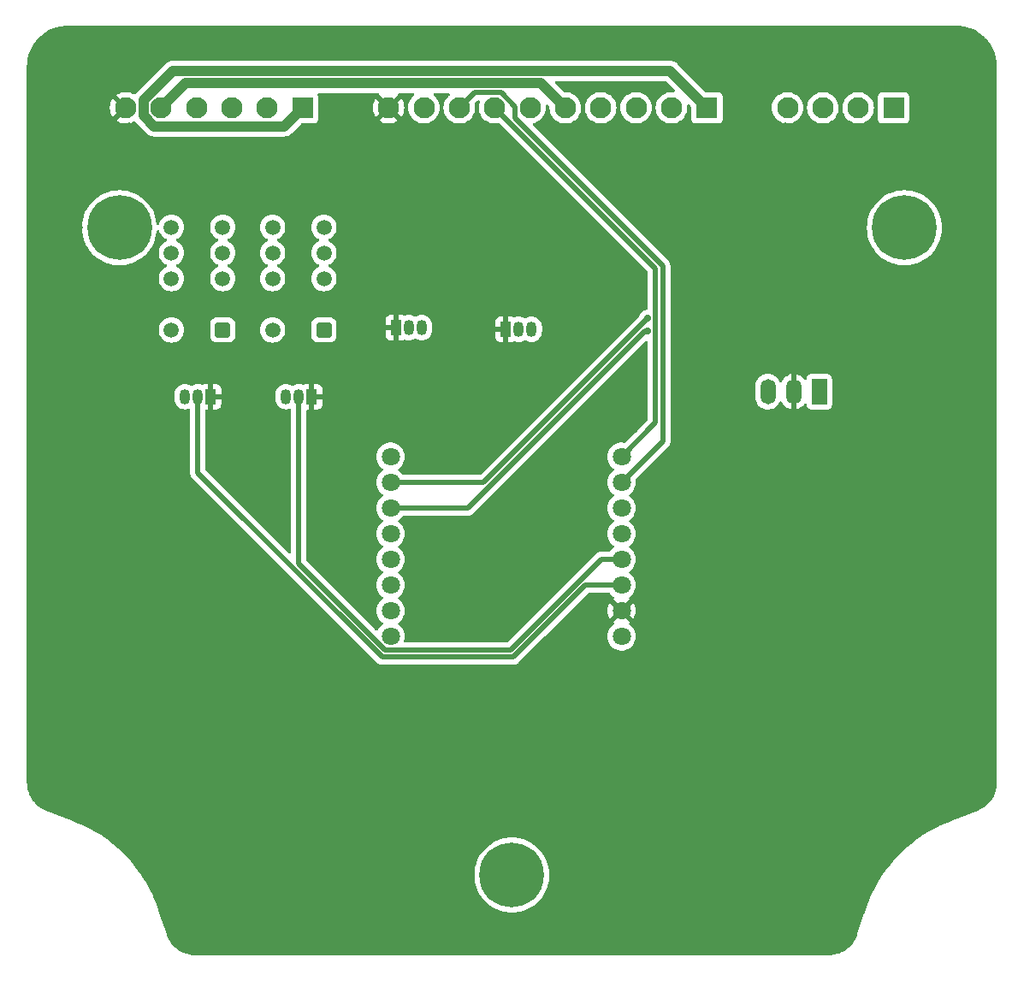
<source format=gbl>
%TF.GenerationSoftware,KiCad,Pcbnew,(6.99.0-3810-gd26b59a0bf)*%
%TF.CreationDate,2022-11-09T12:36:04+00:00*%
%TF.ProjectId,roller-shutter-controller,726f6c6c-6572-42d7-9368-75747465722d,-*%
%TF.SameCoordinates,Original*%
%TF.FileFunction,Copper,L2,Bot*%
%TF.FilePolarity,Positive*%
%FSLAX46Y46*%
G04 Gerber Fmt 4.6, Leading zero omitted, Abs format (unit mm)*
G04 Created by KiCad (PCBNEW (6.99.0-3810-gd26b59a0bf)) date 2022-11-09 12:36:04*
%MOMM*%
%LPD*%
G01*
G04 APERTURE LIST*
G04 Aperture macros list*
%AMRoundRect*
0 Rectangle with rounded corners*
0 $1 Rounding radius*
0 $2 $3 $4 $5 $6 $7 $8 $9 X,Y pos of 4 corners*
0 Add a 4 corners polygon primitive as box body*
4,1,4,$2,$3,$4,$5,$6,$7,$8,$9,$2,$3,0*
0 Add four circle primitives for the rounded corners*
1,1,$1+$1,$2,$3*
1,1,$1+$1,$4,$5*
1,1,$1+$1,$6,$7*
1,1,$1+$1,$8,$9*
0 Add four rect primitives between the rounded corners*
20,1,$1+$1,$2,$3,$4,$5,0*
20,1,$1+$1,$4,$5,$6,$7,0*
20,1,$1+$1,$6,$7,$8,$9,0*
20,1,$1+$1,$8,$9,$2,$3,0*%
G04 Aperture macros list end*
%TA.AperFunction,ComponentPad*%
%ADD10C,6.400000*%
%TD*%
%TA.AperFunction,ComponentPad*%
%ADD11R,1.050000X1.500000*%
%TD*%
%TA.AperFunction,ComponentPad*%
%ADD12O,1.050000X1.500000*%
%TD*%
%TA.AperFunction,ComponentPad*%
%ADD13RoundRect,0.250500X0.499500X0.499500X-0.499500X0.499500X-0.499500X-0.499500X0.499500X-0.499500X0*%
%TD*%
%TA.AperFunction,ComponentPad*%
%ADD14C,1.500000*%
%TD*%
%TA.AperFunction,ComponentPad*%
%ADD15C,2.100000*%
%TD*%
%TA.AperFunction,ComponentPad*%
%ADD16R,2.100000X2.100000*%
%TD*%
%TA.AperFunction,ComponentPad*%
%ADD17R,1.500000X2.500000*%
%TD*%
%TA.AperFunction,ComponentPad*%
%ADD18O,1.500000X2.500000*%
%TD*%
%TA.AperFunction,ComponentPad*%
%ADD19C,1.800000*%
%TD*%
%TA.AperFunction,ViaPad*%
%ADD20C,0.800000*%
%TD*%
%TA.AperFunction,ViaPad*%
%ADD21C,0.700000*%
%TD*%
%TA.AperFunction,Conductor*%
%ADD22C,1.000000*%
%TD*%
%TA.AperFunction,Conductor*%
%ADD23C,0.500000*%
%TD*%
G04 APERTURE END LIST*
D10*
%TO.P,H1,1*%
%TO.N,N/C*%
X112061282Y-75051908D03*
%TD*%
%TO.P,H3,1*%
%TO.N,N/C*%
X189754782Y-75051908D03*
%TD*%
%TO.P,H2,1*%
%TO.N,N/C*%
X150907682Y-139123978D03*
%TD*%
D11*
%TO.P,Q1,1,S*%
%TO.N,GND*%
X150308987Y-85089999D03*
D12*
%TO.P,Q1,2,G*%
%TO.N,/AUTH_LED*%
X151578987Y-85089999D03*
%TO.P,Q1,3,D*%
%TO.N,/SWITCH_LED*%
X152848987Y-85089999D03*
%TD*%
D13*
%TO.P,K1,1*%
%TO.N,+3V3*%
X132296488Y-85151478D03*
D14*
%TO.P,K1,3*%
%TO.N,unconnected-(K1-Pad3)*%
X132296488Y-80071478D03*
%TO.P,K1,4*%
%TO.N,/RAISE*%
X132296488Y-77531478D03*
%TO.P,K1,5*%
%TO.N,+12V*%
X132296488Y-74991478D03*
%TO.P,K1,8*%
%TO.N,unconnected-(K1-Pad8)*%
X127216488Y-74991478D03*
%TO.P,K1,9*%
%TO.N,unconnected-(K1-Pad9)*%
X127216488Y-77531478D03*
%TO.P,K1,10*%
%TO.N,unconnected-(K1-Pad10)*%
X127216488Y-80071478D03*
%TO.P,K1,12*%
%TO.N,Net-(D8-A)*%
X127216488Y-85151478D03*
%TD*%
D11*
%TO.P,Q3,1,S*%
%TO.N,GND*%
X121098987Y-91763977D03*
D12*
%TO.P,Q3,2,G*%
%TO.N,/LOWER_RELAY*%
X119828987Y-91763977D03*
%TO.P,Q3,3,D*%
%TO.N,Net-(D9-A)*%
X118558987Y-91763977D03*
%TD*%
D15*
%TO.P,J1,6,Pin_6*%
%TO.N,GND*%
X112681488Y-63171012D03*
%TO.P,J1,5,Pin_5*%
%TO.N,/LOWER_STOP*%
X116181488Y-63171012D03*
%TO.P,J1,4,Pin_4*%
%TO.N,Net-(J1-Pin_4)*%
X119681488Y-63171012D03*
%TO.P,J1,3,Pin_3*%
%TO.N,/LOWER*%
X123181488Y-63171012D03*
%TO.P,J1,2,Pin_2*%
%TO.N,/RAISE*%
X126681488Y-63171012D03*
D16*
%TO.P,J1,1,Pin_1*%
%TO.N,+12V*%
X130181487Y-63171011D03*
%TD*%
D17*
%TO.P,U2,1,Vin*%
%TO.N,Net-(U2-Vin)*%
X181328987Y-91271011D03*
D18*
%TO.P,U2,2,GND*%
%TO.N,GND*%
X178788987Y-91271011D03*
%TO.P,U2,3,Vout*%
%TO.N,+3V3*%
X176248987Y-91271011D03*
%TD*%
D13*
%TO.P,K2,1*%
%TO.N,+3V3*%
X122296488Y-85151478D03*
D14*
%TO.P,K2,3*%
%TO.N,unconnected-(K2-Pad3)*%
X122296488Y-80071478D03*
%TO.P,K2,4*%
%TO.N,/LOWER*%
X122296488Y-77531478D03*
%TO.P,K2,5*%
%TO.N,+12V*%
X122296488Y-74991478D03*
%TO.P,K2,8*%
%TO.N,unconnected-(K2-Pad8)*%
X117216488Y-74991478D03*
%TO.P,K2,9*%
%TO.N,unconnected-(K2-Pad9)*%
X117216488Y-77531478D03*
%TO.P,K2,10*%
%TO.N,unconnected-(K2-Pad10)*%
X117216488Y-80071478D03*
%TO.P,K2,12*%
%TO.N,Net-(D9-A)*%
X117216488Y-85151478D03*
%TD*%
D16*
%TO.P,J3,1,Pin_1*%
%TO.N,+12V*%
X188681487Y-63171011D03*
D15*
%TO.P,J3,2,Pin_2*%
%TO.N,/RAISE*%
X185181488Y-63171012D03*
%TO.P,J3,3,Pin_3*%
%TO.N,Net-(J1-Pin_4)*%
X181681488Y-63171012D03*
%TO.P,J3,4,Pin_4*%
%TO.N,/RAISE_STOP*%
X178181488Y-63171012D03*
%TD*%
D11*
%TO.P,Q4,1,S*%
%TO.N,GND*%
X139445999Y-84941999D03*
D12*
%TO.P,Q4,2,G*%
%TO.N,/LED3*%
X140715999Y-84941999D03*
%TO.P,Q4,3,D*%
%TO.N,/RFID_LED*%
X141985999Y-84941999D03*
%TD*%
D11*
%TO.P,Q2,1,S*%
%TO.N,GND*%
X131098987Y-91763977D03*
D12*
%TO.P,Q2,2,G*%
%TO.N,/RAISE_RELAY*%
X129828987Y-91763977D03*
%TO.P,Q2,3,D*%
%TO.N,Net-(D8-A)*%
X128558987Y-91763977D03*
%TD*%
D16*
%TO.P,J2,1,Pin_1*%
%TO.N,+12V*%
X170199581Y-63171011D03*
D15*
%TO.P,J2,2,Pin_2*%
%TO.N,/RAISE_REQUEST*%
X166699582Y-63171012D03*
%TO.P,J2,3,Pin_3*%
%TO.N,/LOWER_REQUEST*%
X163199582Y-63171012D03*
%TO.P,J2,4,Pin_4*%
%TO.N,/RAISE_STOP*%
X159699582Y-63171012D03*
%TO.P,J2,5,Pin_5*%
%TO.N,/LOWER_STOP*%
X156199582Y-63171012D03*
%TO.P,J2,6,Pin_6*%
%TO.N,/SWITCH_LED*%
X152699582Y-63171012D03*
%TO.P,J2,7,Pin_7*%
%TO.N,/DATA0*%
X149199582Y-63171012D03*
%TO.P,J2,8,Pin_8*%
%TO.N,/DATA1*%
X145699582Y-63171012D03*
%TO.P,J2,9,Pin_9*%
%TO.N,/RFID_LED*%
X142199582Y-63171012D03*
%TO.P,J2,10,Pin_10*%
%TO.N,GND*%
X138699582Y-63171012D03*
%TD*%
D19*
%TO.P,U1,1,EN*%
%TO.N,/EN*%
X138900000Y-97710000D03*
%TO.P,U1,2,3*%
%TO.N,/RAISE_REQUEST_3.3V*%
X138900000Y-100250000D03*
%TO.P,U1,3,2*%
%TO.N,/LOWER_REQUEST_3.3V*%
X138900000Y-102790000D03*
%TO.P,U1,4,1*%
%TO.N,/LED1*%
X138900000Y-105330000D03*
%TO.P,U1,5,0*%
%TO.N,/LED2*%
X138900000Y-107870000D03*
%TO.P,U1,6,4*%
%TO.N,/LED3*%
X138900000Y-110410000D03*
%TO.P,U1,7,5*%
%TO.N,/AUTH_LED*%
X138900000Y-112950000D03*
%TO.P,U1,8,3V3*%
%TO.N,+3V3*%
X138900000Y-115490000D03*
%TO.P,U1,9,VBUS*%
%TO.N,unconnected-(U1-VBUS)*%
X161760000Y-115490000D03*
%TO.P,U1,10,GND*%
%TO.N,GND*%
X161760000Y-112950000D03*
%TO.P,U1,11,6*%
%TO.N,/LOWER_RELAY*%
X161760000Y-110410000D03*
%TO.P,U1,12,7*%
%TO.N,/RAISE_RELAY*%
X161760000Y-107870000D03*
%TO.P,U1,13,8*%
%TO.N,unconnected-(U1-8)*%
X161760000Y-105330000D03*
%TO.P,U1,14,10*%
%TO.N,unconnected-(U1-10)*%
X161760000Y-102790000D03*
%TO.P,U1,15,20*%
%TO.N,/DATA1*%
X161760000Y-100250000D03*
%TO.P,U1,16,21*%
%TO.N,/DATA0*%
X161760000Y-97710000D03*
%TD*%
D20*
%TO.N,GND*%
X143000000Y-80000000D03*
X138000000Y-80000000D03*
X138000000Y-75000000D03*
X143000000Y-75000000D03*
X113000000Y-125000000D03*
X183000000Y-145500000D03*
X104000000Y-77500000D03*
X104000000Y-70000000D03*
X198000000Y-97500000D03*
X118000000Y-145000000D03*
X183000000Y-80000000D03*
X108000000Y-90000000D03*
X193000000Y-95000000D03*
X148000000Y-135000000D03*
X138000000Y-90000000D03*
X118000000Y-120000000D03*
X104000000Y-125000000D03*
X113000000Y-130000000D03*
X104000000Y-65000000D03*
X198000000Y-120000000D03*
X158000000Y-130000000D03*
X183000000Y-135000000D03*
X128000000Y-130000000D03*
X198000000Y-75000000D03*
X198000000Y-80000000D03*
X104000000Y-130000000D03*
X148000000Y-95000000D03*
X113000000Y-80000000D03*
X190500000Y-56000000D03*
X104000000Y-60000000D03*
X150500000Y-146000000D03*
X158000000Y-80000000D03*
X153000000Y-100000000D03*
X165000000Y-70000000D03*
X173000000Y-140000000D03*
X183000000Y-115000000D03*
X148000000Y-110000000D03*
X133000000Y-65000000D03*
X104500000Y-58000000D03*
X148000000Y-56000000D03*
X128000000Y-100000000D03*
X183000000Y-56000000D03*
X148000000Y-125000000D03*
X158000000Y-65000000D03*
X138000000Y-140000000D03*
X104000000Y-87500000D03*
X104000000Y-82500000D03*
X198000000Y-60000000D03*
X106000000Y-56500000D03*
X128000000Y-146000000D03*
X123000000Y-95000000D03*
X133000000Y-120000000D03*
X183000000Y-70000000D03*
X180500000Y-146000000D03*
X118000000Y-115000000D03*
X178000000Y-110000000D03*
X138000000Y-56000000D03*
X128000000Y-135000000D03*
X123000000Y-146000000D03*
X193000000Y-115000000D03*
X113000000Y-110000000D03*
X143000000Y-65000000D03*
X198000000Y-112500000D03*
X178000000Y-56000000D03*
X188000000Y-125000000D03*
X153000000Y-130000000D03*
X143000000Y-135000000D03*
X168000000Y-135000000D03*
X160500000Y-56000000D03*
X188000000Y-110000000D03*
X104000000Y-120000000D03*
X104000000Y-95000000D03*
X104000000Y-117500000D03*
X168000000Y-115000000D03*
X160500000Y-146000000D03*
X187000000Y-138000000D03*
X168000000Y-130000000D03*
X198000000Y-90000000D03*
X173000000Y-100000000D03*
X178000000Y-140000000D03*
X104000000Y-122500000D03*
X198000000Y-82500000D03*
X148000000Y-75000000D03*
X108000000Y-105000000D03*
X158000000Y-125000000D03*
X158000000Y-146000000D03*
X108000000Y-95000000D03*
X185500000Y-140500000D03*
X173000000Y-146000000D03*
X198000000Y-92500000D03*
X148000000Y-146000000D03*
X130500000Y-56000000D03*
X194500000Y-132500000D03*
X198000000Y-95000000D03*
X198000000Y-130000000D03*
X148000000Y-80000000D03*
X138000000Y-125000000D03*
X183000000Y-125000000D03*
X197500000Y-58000000D03*
X153000000Y-56000000D03*
X188000000Y-115000000D03*
X198000000Y-70000000D03*
X145500000Y-146000000D03*
X158000000Y-140000000D03*
X178000000Y-130000000D03*
X198000000Y-62500000D03*
X153000000Y-110000000D03*
X158000000Y-75000000D03*
X168000000Y-75000000D03*
X168000000Y-70000000D03*
X155500000Y-56000000D03*
X104000000Y-75000000D03*
X165500000Y-56000000D03*
X198000000Y-117500000D03*
X153000000Y-125000000D03*
X163000000Y-90000000D03*
X188000000Y-100000000D03*
X133000000Y-135000000D03*
X104000000Y-62500000D03*
X175500000Y-56000000D03*
X104000000Y-112500000D03*
X138000000Y-95000000D03*
X165000000Y-67000000D03*
X125000000Y-79000000D03*
X133000000Y-146000000D03*
X158000000Y-135000000D03*
X123000000Y-140000000D03*
X153000000Y-146000000D03*
X168000000Y-105000000D03*
X198000000Y-110000000D03*
X198000000Y-67500000D03*
X128000000Y-120000000D03*
X143000000Y-90000000D03*
X118000000Y-67000000D03*
X104000000Y-115000000D03*
X104000000Y-107500000D03*
X120500000Y-56000000D03*
X130500000Y-146000000D03*
X198000000Y-127500000D03*
X112000000Y-135000000D03*
X193000000Y-60000000D03*
X118000000Y-110000000D03*
X128000000Y-95000000D03*
X173000000Y-65000000D03*
X148000000Y-65000000D03*
X123000000Y-70000000D03*
X153000000Y-105000000D03*
X180500000Y-56000000D03*
X118000000Y-100000000D03*
X158000000Y-120000000D03*
X143000000Y-125000000D03*
X195500000Y-56500000D03*
X128000000Y-56000000D03*
X158000000Y-115000000D03*
X148000000Y-130000000D03*
X123000000Y-125000000D03*
X175500000Y-146000000D03*
X163000000Y-56000000D03*
X123000000Y-135000000D03*
X133000000Y-100000000D03*
X104000000Y-97500000D03*
X198000000Y-105000000D03*
X118000000Y-135000000D03*
X108000000Y-100000000D03*
X153000000Y-90000000D03*
X104000000Y-127500000D03*
X183000000Y-110000000D03*
X138000000Y-65000000D03*
X188000000Y-95000000D03*
X163000000Y-146000000D03*
X113000000Y-105000000D03*
X178000000Y-135000000D03*
X123000000Y-90000000D03*
X193000000Y-120000000D03*
X116000000Y-140000000D03*
X183000000Y-65000000D03*
X118000000Y-105000000D03*
X113000000Y-120000000D03*
X140500000Y-146000000D03*
X178000000Y-105000000D03*
X133000000Y-125000000D03*
X163000000Y-120000000D03*
X133000000Y-56000000D03*
X115500000Y-56000000D03*
X158000000Y-95000000D03*
X143000000Y-95000000D03*
X128000000Y-67000000D03*
X163000000Y-135000000D03*
X188000000Y-80000000D03*
X193000000Y-125000000D03*
X113000000Y-70000000D03*
X104000000Y-92500000D03*
X198000000Y-125000000D03*
X108000000Y-125000000D03*
X168000000Y-56000000D03*
X198000000Y-115000000D03*
X123000000Y-110000000D03*
X165000000Y-75000000D03*
X158000000Y-85000000D03*
X143000000Y-70000000D03*
X113000000Y-95000000D03*
X143000000Y-56000000D03*
X140500000Y-56000000D03*
X143000000Y-140000000D03*
X110500000Y-56000000D03*
X198000000Y-65000000D03*
X107000000Y-132500000D03*
X123000000Y-100000000D03*
X168000000Y-125000000D03*
X168000000Y-120000000D03*
X183000000Y-100000000D03*
X185500000Y-56000000D03*
X113000000Y-56000000D03*
X193000000Y-100000000D03*
X170500000Y-146000000D03*
X173000000Y-120000000D03*
X158000000Y-105000000D03*
X138000000Y-130000000D03*
X173000000Y-80000000D03*
X143000000Y-130000000D03*
X108000000Y-115000000D03*
X193000000Y-56000000D03*
X120500000Y-146000000D03*
X168000000Y-65000000D03*
X148000000Y-85000000D03*
X198000000Y-107500000D03*
X104000000Y-67500000D03*
X188000000Y-130000000D03*
X138000000Y-120000000D03*
X114500000Y-137500000D03*
X123000000Y-56000000D03*
X188000000Y-120000000D03*
X145500000Y-56000000D03*
X189500000Y-135500000D03*
X143000000Y-105000000D03*
X178000000Y-146000000D03*
X183000000Y-130000000D03*
X108000000Y-80000000D03*
X148000000Y-120000000D03*
X173000000Y-85000000D03*
X133000000Y-130000000D03*
X193000000Y-90000000D03*
X108000000Y-56000000D03*
X196500000Y-131500000D03*
X118000000Y-125000000D03*
X163000000Y-95000000D03*
X138000000Y-146000000D03*
X148000000Y-70000000D03*
X104000000Y-100000000D03*
X192000000Y-133500000D03*
X108000000Y-85000000D03*
X193000000Y-70000000D03*
X128000000Y-140000000D03*
X188000000Y-60000000D03*
X108000000Y-65000000D03*
X108000000Y-120000000D03*
X178000000Y-65000000D03*
X117000000Y-142500000D03*
X165500000Y-146000000D03*
X168000000Y-140000000D03*
X188000000Y-90000000D03*
X168000000Y-90000000D03*
X128000000Y-115000000D03*
X125500000Y-56000000D03*
X123000000Y-115000000D03*
X173000000Y-130000000D03*
X104000000Y-80000000D03*
X128000000Y-125000000D03*
X133000000Y-140000000D03*
X123000000Y-105000000D03*
X123000000Y-120000000D03*
X193000000Y-65000000D03*
X178000000Y-75000000D03*
X118000000Y-130000000D03*
X143000000Y-115000000D03*
X104000000Y-72500000D03*
X153000000Y-135000000D03*
X138000000Y-135000000D03*
X108000000Y-70000000D03*
X173000000Y-75000000D03*
X178000000Y-115000000D03*
X118000000Y-56000000D03*
X183000000Y-105000000D03*
X113000000Y-115000000D03*
X135500000Y-56000000D03*
X113000000Y-85000000D03*
X113000000Y-90000000D03*
X168000000Y-95000000D03*
X113000000Y-60000000D03*
X123000000Y-130000000D03*
X104000000Y-102500000D03*
X155500000Y-146000000D03*
X104000000Y-90000000D03*
X108000000Y-110000000D03*
X108000000Y-75000000D03*
X193000000Y-105000000D03*
X170500000Y-56000000D03*
X135500000Y-146000000D03*
X168000000Y-100000000D03*
X138000000Y-70000000D03*
X198000000Y-122500000D03*
X173000000Y-135000000D03*
X193000000Y-110000000D03*
X193000000Y-80000000D03*
X128000000Y-70000000D03*
X173000000Y-70000000D03*
X109500000Y-133500000D03*
X105000000Y-131500000D03*
X163000000Y-125000000D03*
X104000000Y-85000000D03*
X113000000Y-100000000D03*
X178000000Y-125000000D03*
X178000000Y-120000000D03*
X173000000Y-56000000D03*
X183000000Y-120000000D03*
X108000000Y-60000000D03*
X113000000Y-65000000D03*
X163000000Y-130000000D03*
X168000000Y-146000000D03*
X143000000Y-120000000D03*
X150500000Y-56000000D03*
X153000000Y-120000000D03*
X158000000Y-56000000D03*
X178000000Y-100000000D03*
X125500000Y-146000000D03*
X198000000Y-72500000D03*
X198000000Y-100000000D03*
X104000000Y-105000000D03*
X178000000Y-70000000D03*
X198000000Y-87500000D03*
X188000000Y-105000000D03*
X173000000Y-110000000D03*
X168000000Y-80000000D03*
X173000000Y-125000000D03*
X188000000Y-85000000D03*
X198000000Y-85000000D03*
X148000000Y-115000000D03*
X184500000Y-143000000D03*
X133000000Y-70000000D03*
X148000000Y-90000000D03*
X198000000Y-102500000D03*
X188000000Y-56000000D03*
X143000000Y-146000000D03*
X104000000Y-110000000D03*
X193000000Y-85000000D03*
X173000000Y-115000000D03*
X198000000Y-77500000D03*
X178000000Y-80000000D03*
X158000000Y-100000000D03*
X163000000Y-140000000D03*
D21*
%TO.N,/LOWER_REQUEST_3.3V*%
X164328988Y-85271012D03*
%TO.N,/RAISE_REQUEST_3.3V*%
X164328988Y-84021012D03*
%TD*%
D22*
%TO.N,+12V*%
X117356614Y-59521012D02*
X114431488Y-62446138D01*
X170199582Y-63171012D02*
X166549582Y-59521012D01*
X115500000Y-65000000D02*
X128352500Y-65000000D01*
X114431488Y-63931488D02*
X115500000Y-65000000D01*
X166549582Y-59521012D02*
X117356614Y-59521012D01*
X114431488Y-62446138D02*
X114431488Y-63931488D01*
X128352500Y-65000000D02*
X130181488Y-63171012D01*
D23*
%TO.N,/LOWER_REQUEST_3.3V*%
X164068938Y-85271012D02*
X164328988Y-85271012D01*
X138900000Y-102790000D02*
X146549950Y-102790000D01*
X146549950Y-102790000D02*
X164068938Y-85271012D01*
%TO.N,/RAISE_REQUEST_3.3V*%
X164328988Y-84021012D02*
X148100000Y-100250000D01*
X148100000Y-100250000D02*
X138900000Y-100250000D01*
D22*
%TO.N,/LOWER_STOP*%
X118631488Y-60721012D02*
X153749582Y-60721012D01*
X153749582Y-60721012D02*
X156199582Y-63171012D01*
X116181488Y-63171012D02*
X118631488Y-60721012D01*
D23*
%TO.N,/DATA0*%
X165128988Y-79100418D02*
X165128988Y-94341012D01*
X165128988Y-94341012D02*
X161760000Y-97710000D01*
X149199582Y-63171012D02*
X165128988Y-79100418D01*
%TO.N,/DATA1*%
X151199582Y-63049691D02*
X151199582Y-64181062D01*
X151199582Y-64181062D02*
X165828988Y-78810469D01*
X145699582Y-63171012D02*
X147199582Y-61671012D01*
X165828988Y-78810469D02*
X165828988Y-96181012D01*
X149820903Y-61671012D02*
X151199582Y-63049691D01*
X165828988Y-96181012D02*
X161760000Y-100250000D01*
X147199582Y-61671012D02*
X149820903Y-61671012D01*
%TO.N,/RAISE_RELAY*%
X150760000Y-116840000D02*
X138340811Y-116840000D01*
X129828988Y-108328177D02*
X129828988Y-91763978D01*
X159730000Y-107870000D02*
X159578988Y-108021012D01*
X138340811Y-116840000D02*
X129828988Y-108328177D01*
X161760000Y-107870000D02*
X159730000Y-107870000D01*
X159578988Y-108021012D02*
X150760000Y-116840000D01*
%TO.N,/LOWER_RELAY*%
X138050861Y-117540000D02*
X151049950Y-117540000D01*
X119828988Y-99318127D02*
X119828988Y-91763978D01*
X158179950Y-110410000D02*
X151049950Y-117540000D01*
X138050861Y-117540000D02*
X119828988Y-99318127D01*
X161760000Y-110410000D02*
X158179950Y-110410000D01*
%TD*%
%TA.AperFunction,Conductor*%
%TO.N,GND*%
G36*
X194910780Y-55052512D02*
G01*
X195074696Y-55060090D01*
X195075072Y-55060108D01*
X195277986Y-55070096D01*
X195289198Y-55071152D01*
X195466182Y-55095839D01*
X195467263Y-55095995D01*
X195655505Y-55123918D01*
X195665864Y-55125901D01*
X195843674Y-55167720D01*
X195845441Y-55168149D01*
X195848252Y-55168853D01*
X196026141Y-55213411D01*
X196035545Y-55216160D01*
X196210395Y-55274763D01*
X196212717Y-55275567D01*
X196386550Y-55337764D01*
X196394981Y-55341129D01*
X196441207Y-55361540D01*
X196564455Y-55415959D01*
X196567432Y-55417320D01*
X196733454Y-55495841D01*
X196740895Y-55499667D01*
X196903199Y-55590069D01*
X196906663Y-55592072D01*
X197063741Y-55686220D01*
X197070165Y-55690339D01*
X197223680Y-55795499D01*
X197227531Y-55798245D01*
X197374398Y-55907168D01*
X197379834Y-55911435D01*
X197523092Y-56030393D01*
X197527210Y-56033966D01*
X197661944Y-56156079D01*
X197662629Y-56156700D01*
X197667097Y-56160955D01*
X197726211Y-56220068D01*
X197798812Y-56292668D01*
X197803068Y-56297138D01*
X197925799Y-56432549D01*
X197929375Y-56436671D01*
X198048342Y-56579936D01*
X198052610Y-56585373D01*
X198161536Y-56732242D01*
X198164281Y-56736092D01*
X198269432Y-56889591D01*
X198273556Y-56896021D01*
X198367719Y-57053120D01*
X198369712Y-57056567D01*
X198460123Y-57218884D01*
X198463924Y-57226275D01*
X198542492Y-57392391D01*
X198543817Y-57395289D01*
X198561029Y-57434270D01*
X198618652Y-57564772D01*
X198622022Y-57573218D01*
X198684205Y-57747006D01*
X198685039Y-57749412D01*
X198743622Y-57924195D01*
X198746378Y-57933622D01*
X198791646Y-58114338D01*
X198792075Y-58116105D01*
X198833892Y-58293895D01*
X198835874Y-58304251D01*
X198863833Y-58492726D01*
X198863951Y-58493540D01*
X198868548Y-58526496D01*
X198888641Y-58670536D01*
X198889697Y-58681761D01*
X198900057Y-58892619D01*
X198900075Y-58892982D01*
X198907248Y-59048112D01*
X198907382Y-59053932D01*
X198907382Y-129954043D01*
X198907195Y-129960906D01*
X198902430Y-130048263D01*
X198902397Y-130048827D01*
X198890508Y-130246837D01*
X198887942Y-130289580D01*
X198886489Y-130302537D01*
X198863593Y-130441324D01*
X198863241Y-130443354D01*
X198829534Y-130628746D01*
X198826917Y-130640119D01*
X198786281Y-130785531D01*
X198785312Y-130788825D01*
X198732693Y-130959077D01*
X198729264Y-130968748D01*
X198671561Y-131112588D01*
X198669688Y-131117012D01*
X198669302Y-131117878D01*
X198598654Y-131276222D01*
X198594730Y-131284239D01*
X198520894Y-131422496D01*
X198517850Y-131427874D01*
X198429045Y-131576169D01*
X198424972Y-131582530D01*
X198336268Y-131712322D01*
X198331822Y-131718427D01*
X198225899Y-131855057D01*
X198221994Y-131859847D01*
X198120012Y-131978851D01*
X198113985Y-131985399D01*
X197991434Y-132109435D01*
X197988009Y-132112772D01*
X197874947Y-132218793D01*
X197867169Y-132225510D01*
X197842844Y-132244842D01*
X197727678Y-132336366D01*
X197724962Y-132338465D01*
X197604232Y-132429156D01*
X197594586Y-132435726D01*
X197434092Y-132534481D01*
X197432329Y-132535546D01*
X197311343Y-132607291D01*
X197299810Y-132613347D01*
X197085048Y-132712317D01*
X197084426Y-132712602D01*
X197068965Y-132719623D01*
X197000047Y-132750918D01*
X196993720Y-132753585D01*
X194530356Y-133713988D01*
X194527387Y-133715103D01*
X194186945Y-133838056D01*
X194186933Y-133838061D01*
X194185412Y-133838610D01*
X193512750Y-134121464D01*
X193336128Y-134206674D01*
X192856973Y-134437836D01*
X192856960Y-134437843D01*
X192855525Y-134438535D01*
X192854120Y-134439304D01*
X192854105Y-134439312D01*
X192357739Y-134711090D01*
X192215474Y-134788985D01*
X191594292Y-135171885D01*
X190993623Y-135586222D01*
X190992331Y-135587215D01*
X190703240Y-135809406D01*
X190415055Y-136030900D01*
X189860120Y-136504743D01*
X189330287Y-137006496D01*
X188826957Y-137534832D01*
X188825895Y-137536068D01*
X188825888Y-137536076D01*
X188605505Y-137792623D01*
X188351463Y-138088352D01*
X187905062Y-138665592D01*
X187488937Y-139265024D01*
X187104187Y-139885063D01*
X186751832Y-140524066D01*
X186751140Y-140525490D01*
X186751132Y-140525505D01*
X186696752Y-140637371D01*
X186432804Y-141180344D01*
X186432169Y-141181842D01*
X186148572Y-141850684D01*
X186148567Y-141850698D01*
X186147947Y-141852159D01*
X186147398Y-141853666D01*
X185905320Y-142517694D01*
X185898014Y-142537734D01*
X185805939Y-142837394D01*
X185790864Y-142886456D01*
X185790849Y-142886497D01*
X185790850Y-142886497D01*
X185790703Y-142886975D01*
X185790679Y-142886968D01*
X185790027Y-142888774D01*
X185789889Y-142889598D01*
X185094887Y-144989951D01*
X185092672Y-144996102D01*
X185055092Y-145092509D01*
X185054948Y-145092877D01*
X184977686Y-145288344D01*
X184972504Y-145299759D01*
X184907700Y-145425475D01*
X184906867Y-145427062D01*
X184825964Y-145578675D01*
X184820180Y-145588431D01*
X184738628Y-145712844D01*
X184736961Y-145715322D01*
X184643523Y-145850756D01*
X184637440Y-145858855D01*
X184541512Y-145976395D01*
X184538847Y-145979551D01*
X184432513Y-146101359D01*
X184426402Y-146107877D01*
X184317802Y-146215747D01*
X184313932Y-146219430D01*
X184195392Y-146327531D01*
X184189498Y-146332583D01*
X184069841Y-146428902D01*
X184064618Y-146432886D01*
X183934869Y-146526620D01*
X183929446Y-146530326D01*
X183800423Y-146613660D01*
X183793777Y-146617669D01*
X183653915Y-146696246D01*
X183649174Y-146698777D01*
X183512677Y-146767978D01*
X183504550Y-146771742D01*
X183355522Y-146834420D01*
X183351643Y-146835976D01*
X183277964Y-146864126D01*
X183209955Y-146890109D01*
X183200353Y-146893341D01*
X183076510Y-146929539D01*
X183042403Y-146939508D01*
X183039529Y-146940311D01*
X182895806Y-146978648D01*
X182884767Y-146981067D01*
X182715206Y-147010281D01*
X182713593Y-147010547D01*
X182573903Y-147032574D01*
X182561461Y-147033906D01*
X182351821Y-147045841D01*
X182351411Y-147045864D01*
X182275050Y-147049848D01*
X182249001Y-147051207D01*
X182242436Y-147051378D01*
X119573472Y-147051378D01*
X119566905Y-147051207D01*
X119463030Y-147045786D01*
X119462580Y-147045761D01*
X119430053Y-147043912D01*
X119254804Y-147033949D01*
X119242329Y-147032614D01*
X119100278Y-147010213D01*
X119098510Y-147009921D01*
X118931558Y-146981155D01*
X118920478Y-146978728D01*
X118920171Y-146978646D01*
X118775153Y-146939962D01*
X118772389Y-146939190D01*
X118615965Y-146893467D01*
X118606371Y-146890238D01*
X118463442Y-146835629D01*
X118459640Y-146834104D01*
X118371231Y-146796920D01*
X118311797Y-146771922D01*
X118303672Y-146768159D01*
X118166189Y-146698458D01*
X118161462Y-146695934D01*
X118022586Y-146617909D01*
X118015945Y-146613904D01*
X118015568Y-146613660D01*
X117956943Y-146575794D01*
X117886062Y-146530011D01*
X117880654Y-146526316D01*
X117751752Y-146433191D01*
X117746595Y-146429257D01*
X117626114Y-146332274D01*
X117620225Y-146327226D01*
X117502544Y-146219907D01*
X117498651Y-146216202D01*
X117465837Y-146183608D01*
X117389294Y-146107578D01*
X117383184Y-146101062D01*
X117277707Y-145980234D01*
X117275012Y-145977041D01*
X117178326Y-145858570D01*
X117172231Y-145850455D01*
X117079703Y-145716339D01*
X117078036Y-145713861D01*
X116995631Y-145588145D01*
X116989846Y-145578389D01*
X116910046Y-145428842D01*
X116909214Y-145427255D01*
X116908297Y-145425475D01*
X116843402Y-145299582D01*
X116838202Y-145288124D01*
X116756060Y-145080082D01*
X116724427Y-144998929D01*
X116722221Y-144992805D01*
X116025411Y-142888797D01*
X116024578Y-142886188D01*
X115918001Y-142539296D01*
X115917531Y-142537765D01*
X115916981Y-142536256D01*
X115668181Y-141853725D01*
X115668176Y-141853713D01*
X115667624Y-141852198D01*
X115437462Y-141309333D01*
X115383427Y-141181885D01*
X115383422Y-141181875D01*
X115382792Y-141180388D01*
X115063789Y-140524115D01*
X114711460Y-139885115D01*
X114704073Y-139873210D01*
X114327595Y-139266464D01*
X114327591Y-139266457D01*
X114326736Y-139265080D01*
X114228789Y-139123978D01*
X147194093Y-139123978D01*
X147214436Y-139512154D01*
X147214949Y-139515394D01*
X147214950Y-139515402D01*
X147242950Y-139692185D01*
X147275244Y-139896077D01*
X147375849Y-140271540D01*
X147515150Y-140634431D01*
X147691620Y-140980773D01*
X147693416Y-140983539D01*
X147693418Y-140983542D01*
X147821251Y-141180388D01*
X147903325Y-141306771D01*
X148147948Y-141608854D01*
X148422806Y-141883712D01*
X148724889Y-142128335D01*
X149050887Y-142340040D01*
X149053821Y-142341535D01*
X149053828Y-142341539D01*
X149394289Y-142515012D01*
X149397229Y-142516510D01*
X149760120Y-142655811D01*
X150135583Y-142756416D01*
X150339475Y-142788710D01*
X150516258Y-142816710D01*
X150516266Y-142816711D01*
X150519506Y-142817224D01*
X150907682Y-142837567D01*
X151295858Y-142817224D01*
X151299098Y-142816711D01*
X151299106Y-142816710D01*
X151475889Y-142788710D01*
X151679781Y-142756416D01*
X152055244Y-142655811D01*
X152418135Y-142516510D01*
X152421075Y-142515012D01*
X152761536Y-142341539D01*
X152761543Y-142341535D01*
X152764477Y-142340040D01*
X153090475Y-142128335D01*
X153392558Y-141883712D01*
X153667416Y-141608854D01*
X153912039Y-141306771D01*
X153994113Y-141180388D01*
X154121946Y-140983542D01*
X154121948Y-140983539D01*
X154123744Y-140980773D01*
X154300214Y-140634431D01*
X154439515Y-140271540D01*
X154540120Y-139896077D01*
X154572414Y-139692185D01*
X154600414Y-139515402D01*
X154600415Y-139515394D01*
X154600928Y-139512154D01*
X154621271Y-139123978D01*
X154600928Y-138735802D01*
X154589613Y-138664358D01*
X154540636Y-138355140D01*
X154540120Y-138351879D01*
X154439515Y-137976416D01*
X154300214Y-137613525D01*
X154298716Y-137610585D01*
X154125243Y-137270125D01*
X154125239Y-137270118D01*
X154123744Y-137267184D01*
X153955245Y-137007716D01*
X153913834Y-136943949D01*
X153913834Y-136943948D01*
X153912039Y-136941185D01*
X153789727Y-136790143D01*
X153669491Y-136641664D01*
X153669488Y-136641660D01*
X153667416Y-136639102D01*
X153392558Y-136364244D01*
X153090475Y-136119621D01*
X152764477Y-135907916D01*
X152761543Y-135906421D01*
X152761536Y-135906417D01*
X152421075Y-135732944D01*
X152418135Y-135731446D01*
X152055244Y-135592145D01*
X151679781Y-135491540D01*
X151475889Y-135459246D01*
X151299106Y-135431246D01*
X151299098Y-135431245D01*
X151295858Y-135430732D01*
X150907682Y-135410389D01*
X150519506Y-135430732D01*
X150516266Y-135431245D01*
X150516258Y-135431246D01*
X150339475Y-135459246D01*
X150135583Y-135491540D01*
X149760120Y-135592145D01*
X149397229Y-135731446D01*
X149394289Y-135732944D01*
X149053829Y-135906417D01*
X149053822Y-135906421D01*
X149050888Y-135907916D01*
X148724889Y-136119621D01*
X148422806Y-136364244D01*
X148147948Y-136639102D01*
X148145876Y-136641660D01*
X148145873Y-136641664D01*
X148025636Y-136790144D01*
X147903325Y-136941185D01*
X147901530Y-136943948D01*
X147901530Y-136943949D01*
X147860120Y-137007716D01*
X147691620Y-137267184D01*
X147690125Y-137270118D01*
X147690121Y-137270125D01*
X147516648Y-137610585D01*
X147515150Y-137613525D01*
X147375849Y-137976416D01*
X147275244Y-138351879D01*
X147274728Y-138355140D01*
X147225752Y-138664358D01*
X147214436Y-138735802D01*
X147194093Y-139123978D01*
X114228789Y-139123978D01*
X113910636Y-138665649D01*
X113909605Y-138664315D01*
X113465234Y-138089667D01*
X113465230Y-138089662D01*
X113464261Y-138088409D01*
X113463233Y-138087212D01*
X113463223Y-138087200D01*
X112989833Y-137536101D01*
X112989832Y-137536100D01*
X112988791Y-137534888D01*
X112987599Y-137533637D01*
X112486597Y-137007716D01*
X112486592Y-137007711D01*
X112485486Y-137006550D01*
X112484335Y-137005460D01*
X112484321Y-137005446D01*
X111956855Y-136505909D01*
X111956842Y-136505897D01*
X111955677Y-136504794D01*
X111400766Y-136030947D01*
X111238750Y-135906417D01*
X110823508Y-135587251D01*
X110823497Y-135587243D01*
X110822222Y-135586263D01*
X110820880Y-135585337D01*
X110222916Y-135172844D01*
X110222906Y-135172838D01*
X110221576Y-135171920D01*
X109600416Y-134789013D01*
X109281975Y-134614646D01*
X108961806Y-134439332D01*
X108961793Y-134439325D01*
X108960388Y-134438556D01*
X108303184Y-134121476D01*
X108301689Y-134120847D01*
X108301675Y-134120841D01*
X107809170Y-133913730D01*
X107630543Y-133838612D01*
X107287392Y-133714672D01*
X107287296Y-133714637D01*
X107284161Y-133713463D01*
X104822143Y-132753585D01*
X104821574Y-132753363D01*
X104815239Y-132750692D01*
X104735011Y-132714254D01*
X104734506Y-132714023D01*
X104516127Y-132613401D01*
X104504580Y-132607337D01*
X104383537Y-132535546D01*
X104382740Y-132535073D01*
X104381033Y-132534042D01*
X104300051Y-132484205D01*
X104221422Y-132435815D01*
X104211783Y-132429250D01*
X104090346Y-132338012D01*
X104087660Y-132335936D01*
X104075461Y-132326240D01*
X103948907Y-132225651D01*
X103941156Y-132218956D01*
X103827443Y-132112309D01*
X103824047Y-132109000D01*
X103702178Y-131985639D01*
X103696145Y-131979083D01*
X103593583Y-131859384D01*
X103589679Y-131854595D01*
X103484400Y-131718779D01*
X103479979Y-131712707D01*
X103390703Y-131582059D01*
X103386643Y-131575716D01*
X103298439Y-131428404D01*
X103295394Y-131423024D01*
X103221035Y-131283764D01*
X103217119Y-131275761D01*
X103146669Y-131117833D01*
X103144842Y-131113519D01*
X103086587Y-130968274D01*
X103083154Y-130958585D01*
X103031131Y-130790229D01*
X103030162Y-130786934D01*
X103029771Y-130785531D01*
X102989014Y-130639651D01*
X102986399Y-130628283D01*
X102953256Y-130445935D01*
X102952928Y-130444037D01*
X102929521Y-130302093D01*
X102928068Y-130289136D01*
X102914121Y-130056519D01*
X102914082Y-130055833D01*
X102908869Y-129960158D01*
X102908682Y-129953303D01*
X102908682Y-85151478D01*
X115953181Y-85151478D01*
X115972373Y-85370849D01*
X116029368Y-85583554D01*
X116122432Y-85783132D01*
X116138099Y-85805506D01*
X116224935Y-85929520D01*
X116248739Y-85963516D01*
X116404450Y-86119227D01*
X116408959Y-86122384D01*
X116408961Y-86122386D01*
X116469442Y-86164735D01*
X116584834Y-86245534D01*
X116784412Y-86338598D01*
X116997117Y-86395593D01*
X117216488Y-86414785D01*
X117435859Y-86395593D01*
X117648564Y-86338598D01*
X117848142Y-86245534D01*
X117963534Y-86164735D01*
X118024015Y-86122386D01*
X118024017Y-86122384D01*
X118028526Y-86119227D01*
X118184237Y-85963516D01*
X118208042Y-85929520D01*
X118294877Y-85805506D01*
X118310544Y-85783132D01*
X118348584Y-85701554D01*
X121037988Y-85701554D01*
X121038313Y-85704731D01*
X121038313Y-85704739D01*
X121047357Y-85793257D01*
X121048608Y-85805506D01*
X121050769Y-85812028D01*
X121050770Y-85812032D01*
X121078777Y-85896552D01*
X121104417Y-85973929D01*
X121197563Y-86124941D01*
X121323025Y-86250403D01*
X121474037Y-86343549D01*
X121502239Y-86352894D01*
X121635934Y-86397196D01*
X121635938Y-86397197D01*
X121642460Y-86399358D01*
X121649294Y-86400056D01*
X121649298Y-86400057D01*
X121743227Y-86409653D01*
X121743235Y-86409653D01*
X121746412Y-86409978D01*
X122846564Y-86409978D01*
X122849741Y-86409653D01*
X122849749Y-86409653D01*
X122943678Y-86400057D01*
X122943682Y-86400056D01*
X122950516Y-86399358D01*
X122957038Y-86397197D01*
X122957042Y-86397196D01*
X123090737Y-86352894D01*
X123118939Y-86343549D01*
X123269951Y-86250403D01*
X123395413Y-86124941D01*
X123488559Y-85973929D01*
X123514199Y-85896552D01*
X123542206Y-85812032D01*
X123542207Y-85812028D01*
X123544368Y-85805506D01*
X123545620Y-85793257D01*
X123554663Y-85704739D01*
X123554663Y-85704731D01*
X123554988Y-85701554D01*
X123554988Y-85151478D01*
X125953181Y-85151478D01*
X125972373Y-85370849D01*
X126029368Y-85583554D01*
X126122432Y-85783132D01*
X126138099Y-85805506D01*
X126224935Y-85929520D01*
X126248739Y-85963516D01*
X126404450Y-86119227D01*
X126408959Y-86122384D01*
X126408961Y-86122386D01*
X126469442Y-86164735D01*
X126584834Y-86245534D01*
X126784412Y-86338598D01*
X126997117Y-86395593D01*
X127216488Y-86414785D01*
X127435859Y-86395593D01*
X127648564Y-86338598D01*
X127848142Y-86245534D01*
X127963534Y-86164735D01*
X128024015Y-86122386D01*
X128024017Y-86122384D01*
X128028526Y-86119227D01*
X128184237Y-85963516D01*
X128208042Y-85929520D01*
X128294877Y-85805506D01*
X128310544Y-85783132D01*
X128348584Y-85701554D01*
X131037988Y-85701554D01*
X131038313Y-85704731D01*
X131038313Y-85704739D01*
X131047357Y-85793257D01*
X131048608Y-85805506D01*
X131050769Y-85812028D01*
X131050770Y-85812032D01*
X131078777Y-85896552D01*
X131104417Y-85973929D01*
X131197563Y-86124941D01*
X131323025Y-86250403D01*
X131474037Y-86343549D01*
X131502239Y-86352894D01*
X131635934Y-86397196D01*
X131635938Y-86397197D01*
X131642460Y-86399358D01*
X131649294Y-86400056D01*
X131649298Y-86400057D01*
X131743227Y-86409653D01*
X131743235Y-86409653D01*
X131746412Y-86409978D01*
X132846564Y-86409978D01*
X132849741Y-86409653D01*
X132849749Y-86409653D01*
X132943678Y-86400057D01*
X132943682Y-86400056D01*
X132950516Y-86399358D01*
X132957038Y-86397197D01*
X132957042Y-86397196D01*
X133090737Y-86352894D01*
X133118939Y-86343549D01*
X133269951Y-86250403D01*
X133395413Y-86124941D01*
X133488559Y-85973929D01*
X133514199Y-85896552D01*
X133542206Y-85812032D01*
X133542207Y-85812028D01*
X133544368Y-85805506D01*
X133545620Y-85793257D01*
X133551344Y-85737223D01*
X138413000Y-85737223D01*
X138413360Y-85743938D01*
X138418662Y-85793257D01*
X138422259Y-85808478D01*
X138467405Y-85929520D01*
X138475954Y-85945176D01*
X138552698Y-86047693D01*
X138565307Y-86060302D01*
X138667824Y-86137046D01*
X138683480Y-86145595D01*
X138804522Y-86190741D01*
X138819743Y-86194338D01*
X138869062Y-86199640D01*
X138875777Y-86200000D01*
X139173885Y-86200000D01*
X139189124Y-86195525D01*
X139190329Y-86194135D01*
X139192000Y-86186452D01*
X139192000Y-85217775D01*
X139682500Y-85217775D01*
X139682803Y-85220849D01*
X139682803Y-85220854D01*
X139696847Y-85363443D01*
X139696848Y-85363448D01*
X139697454Y-85369601D01*
X139698000Y-85371402D01*
X139700000Y-85391699D01*
X139700000Y-86181885D01*
X139704475Y-86197124D01*
X139705865Y-86198329D01*
X139713548Y-86200000D01*
X140016223Y-86200000D01*
X140022938Y-86199640D01*
X140072257Y-86194338D01*
X140087478Y-86190741D01*
X140208516Y-86145596D01*
X140223978Y-86137153D01*
X140293352Y-86122061D01*
X140320940Y-86127165D01*
X140507473Y-86183749D01*
X140507479Y-86183750D01*
X140513399Y-86185546D01*
X140716000Y-86205501D01*
X140918601Y-86185546D01*
X140924521Y-86183750D01*
X140924527Y-86183749D01*
X141078486Y-86137046D01*
X141113417Y-86126450D01*
X141291603Y-86031207D01*
X141361110Y-86016735D01*
X141410397Y-86031207D01*
X141588583Y-86126450D01*
X141623514Y-86137046D01*
X141777473Y-86183749D01*
X141777479Y-86183750D01*
X141783399Y-86185546D01*
X141986000Y-86205501D01*
X142188601Y-86185546D01*
X142194521Y-86183750D01*
X142194527Y-86183749D01*
X142348486Y-86137046D01*
X142383417Y-86126450D01*
X142562960Y-86030482D01*
X142720331Y-85901331D01*
X142733550Y-85885223D01*
X149275988Y-85885223D01*
X149276348Y-85891938D01*
X149281650Y-85941257D01*
X149285247Y-85956478D01*
X149330393Y-86077520D01*
X149338942Y-86093176D01*
X149415686Y-86195693D01*
X149428295Y-86208302D01*
X149530812Y-86285046D01*
X149546468Y-86293595D01*
X149667510Y-86338741D01*
X149682731Y-86342338D01*
X149732050Y-86347640D01*
X149738765Y-86348000D01*
X150036873Y-86348000D01*
X150052112Y-86343525D01*
X150053317Y-86342135D01*
X150054988Y-86334452D01*
X150054988Y-85365775D01*
X150545488Y-85365775D01*
X150545791Y-85368849D01*
X150545791Y-85368854D01*
X150559835Y-85511443D01*
X150559836Y-85511448D01*
X150560442Y-85517601D01*
X150560988Y-85519402D01*
X150562988Y-85539699D01*
X150562988Y-86329885D01*
X150567463Y-86345124D01*
X150568853Y-86346329D01*
X150576536Y-86348000D01*
X150879211Y-86348000D01*
X150885926Y-86347640D01*
X150935245Y-86342338D01*
X150950466Y-86338741D01*
X151071504Y-86293596D01*
X151086966Y-86285153D01*
X151156340Y-86270061D01*
X151183928Y-86275165D01*
X151370461Y-86331749D01*
X151370467Y-86331750D01*
X151376387Y-86333546D01*
X151578988Y-86353501D01*
X151781589Y-86333546D01*
X151787509Y-86331750D01*
X151787515Y-86331749D01*
X151941474Y-86285046D01*
X151976405Y-86274450D01*
X152118817Y-86198329D01*
X152154592Y-86179207D01*
X152224098Y-86164735D01*
X152273384Y-86179207D01*
X152309159Y-86198329D01*
X152451571Y-86274450D01*
X152486502Y-86285046D01*
X152640461Y-86331749D01*
X152640467Y-86331750D01*
X152646387Y-86333546D01*
X152848988Y-86353501D01*
X153051589Y-86333546D01*
X153057509Y-86331750D01*
X153057515Y-86331749D01*
X153211474Y-86285046D01*
X153246405Y-86274450D01*
X153416094Y-86183749D01*
X153420489Y-86181400D01*
X153420490Y-86181400D01*
X153425948Y-86178482D01*
X153583319Y-86049331D01*
X153712470Y-85891960D01*
X153808438Y-85712417D01*
X153867534Y-85517601D01*
X153881465Y-85376159D01*
X153882185Y-85368854D01*
X153882185Y-85368849D01*
X153882488Y-85365775D01*
X153882488Y-84814225D01*
X153867534Y-84662399D01*
X153808438Y-84467583D01*
X153712470Y-84288040D01*
X153583319Y-84130669D01*
X153425948Y-84001518D01*
X153246405Y-83905550D01*
X153198405Y-83890989D01*
X153057515Y-83848251D01*
X153057509Y-83848250D01*
X153051589Y-83846454D01*
X152848988Y-83826499D01*
X152646387Y-83846454D01*
X152640467Y-83848250D01*
X152640461Y-83848251D01*
X152499571Y-83890989D01*
X152451571Y-83905550D01*
X152446116Y-83908466D01*
X152273384Y-84000793D01*
X152203878Y-84015265D01*
X152154592Y-84000793D01*
X151981860Y-83908466D01*
X151976405Y-83905550D01*
X151928405Y-83890989D01*
X151787515Y-83848251D01*
X151787509Y-83848250D01*
X151781589Y-83846454D01*
X151578988Y-83826499D01*
X151376387Y-83846454D01*
X151370467Y-83848250D01*
X151370461Y-83848251D01*
X151183928Y-83904835D01*
X151112935Y-83905468D01*
X151086966Y-83894847D01*
X151071504Y-83886404D01*
X150950466Y-83841259D01*
X150935245Y-83837662D01*
X150885926Y-83832360D01*
X150879211Y-83832000D01*
X150581103Y-83832000D01*
X150565864Y-83836475D01*
X150564659Y-83837865D01*
X150562988Y-83845548D01*
X150562988Y-84640301D01*
X150560988Y-84660598D01*
X150560442Y-84662399D01*
X150559836Y-84668552D01*
X150559835Y-84668557D01*
X150554304Y-84724713D01*
X150545488Y-84814225D01*
X150545488Y-85365775D01*
X150054988Y-85365775D01*
X150054988Y-85362115D01*
X150050513Y-85346876D01*
X150049123Y-85345671D01*
X150041440Y-85344000D01*
X149294103Y-85344000D01*
X149278864Y-85348475D01*
X149277659Y-85349865D01*
X149275988Y-85357548D01*
X149275988Y-85885223D01*
X142733550Y-85885223D01*
X142849482Y-85743960D01*
X142945450Y-85564417D01*
X143004546Y-85369601D01*
X143019500Y-85217775D01*
X143019500Y-84817885D01*
X149275988Y-84817885D01*
X149280463Y-84833124D01*
X149281853Y-84834329D01*
X149289536Y-84836000D01*
X150036873Y-84836000D01*
X150052112Y-84831525D01*
X150053317Y-84830135D01*
X150054988Y-84822452D01*
X150054988Y-83850115D01*
X150050513Y-83834876D01*
X150049123Y-83833671D01*
X150041440Y-83832000D01*
X149738765Y-83832000D01*
X149732050Y-83832360D01*
X149682731Y-83837662D01*
X149667510Y-83841259D01*
X149546468Y-83886405D01*
X149530812Y-83894954D01*
X149428295Y-83971698D01*
X149415686Y-83984307D01*
X149338942Y-84086824D01*
X149330393Y-84102480D01*
X149285247Y-84223522D01*
X149281650Y-84238743D01*
X149276348Y-84288062D01*
X149275988Y-84294777D01*
X149275988Y-84817885D01*
X143019500Y-84817885D01*
X143019500Y-84666225D01*
X143018541Y-84656482D01*
X143012802Y-84598217D01*
X143004546Y-84514399D01*
X142945450Y-84319583D01*
X142849482Y-84140040D01*
X142720331Y-83982669D01*
X142562960Y-83853518D01*
X142556594Y-83850115D01*
X142507171Y-83823698D01*
X142383417Y-83757550D01*
X142320300Y-83738404D01*
X142194527Y-83700251D01*
X142194521Y-83700250D01*
X142188601Y-83698454D01*
X141986000Y-83678499D01*
X141783399Y-83698454D01*
X141777479Y-83700250D01*
X141777473Y-83700251D01*
X141651700Y-83738404D01*
X141588583Y-83757550D01*
X141490251Y-83810109D01*
X141410396Y-83852793D01*
X141340890Y-83867265D01*
X141291604Y-83852793D01*
X141211749Y-83810109D01*
X141113417Y-83757550D01*
X141050300Y-83738404D01*
X140924527Y-83700251D01*
X140924521Y-83700250D01*
X140918601Y-83698454D01*
X140716000Y-83678499D01*
X140513399Y-83698454D01*
X140507479Y-83700250D01*
X140507473Y-83700251D01*
X140320940Y-83756835D01*
X140249947Y-83757468D01*
X140223978Y-83746847D01*
X140208516Y-83738404D01*
X140087478Y-83693259D01*
X140072257Y-83689662D01*
X140022938Y-83684360D01*
X140016223Y-83684000D01*
X139718115Y-83684000D01*
X139702876Y-83688475D01*
X139701671Y-83689865D01*
X139700000Y-83697548D01*
X139700000Y-84492301D01*
X139698000Y-84512598D01*
X139697454Y-84514399D01*
X139696848Y-84520552D01*
X139696847Y-84520557D01*
X139682877Y-84662399D01*
X139682500Y-84666225D01*
X139682500Y-85217775D01*
X139192000Y-85217775D01*
X139192000Y-85214115D01*
X139187525Y-85198876D01*
X139186135Y-85197671D01*
X139178452Y-85196000D01*
X138431115Y-85196000D01*
X138415876Y-85200475D01*
X138414671Y-85201865D01*
X138413000Y-85209548D01*
X138413000Y-85737223D01*
X133551344Y-85737223D01*
X133554663Y-85704739D01*
X133554663Y-85704731D01*
X133554988Y-85701554D01*
X133554988Y-84669885D01*
X138413000Y-84669885D01*
X138417475Y-84685124D01*
X138418865Y-84686329D01*
X138426548Y-84688000D01*
X139173885Y-84688000D01*
X139189124Y-84683525D01*
X139190329Y-84682135D01*
X139192000Y-84674452D01*
X139192000Y-83702115D01*
X139187525Y-83686876D01*
X139186135Y-83685671D01*
X139178452Y-83684000D01*
X138875777Y-83684000D01*
X138869062Y-83684360D01*
X138819743Y-83689662D01*
X138804522Y-83693259D01*
X138683480Y-83738405D01*
X138667824Y-83746954D01*
X138565307Y-83823698D01*
X138552698Y-83836307D01*
X138475954Y-83938824D01*
X138467405Y-83954480D01*
X138422259Y-84075522D01*
X138418662Y-84090743D01*
X138413360Y-84140062D01*
X138413000Y-84146777D01*
X138413000Y-84669885D01*
X133554988Y-84669885D01*
X133554988Y-84601402D01*
X133554663Y-84598217D01*
X133545067Y-84504288D01*
X133545066Y-84504284D01*
X133544368Y-84497450D01*
X133536433Y-84473501D01*
X133490866Y-84335990D01*
X133488559Y-84329027D01*
X133395413Y-84178015D01*
X133269951Y-84052553D01*
X133118939Y-83959407D01*
X133054803Y-83938155D01*
X132957042Y-83905760D01*
X132957038Y-83905759D01*
X132950516Y-83903598D01*
X132943682Y-83902900D01*
X132943678Y-83902899D01*
X132849749Y-83893303D01*
X132849741Y-83893303D01*
X132846564Y-83892978D01*
X131746412Y-83892978D01*
X131743235Y-83893303D01*
X131743227Y-83893303D01*
X131649298Y-83902899D01*
X131649294Y-83902900D01*
X131642460Y-83903598D01*
X131635938Y-83905759D01*
X131635934Y-83905760D01*
X131538173Y-83938155D01*
X131474037Y-83959407D01*
X131323025Y-84052553D01*
X131197563Y-84178015D01*
X131104417Y-84329027D01*
X131102110Y-84335990D01*
X131056544Y-84473501D01*
X131048608Y-84497450D01*
X131047910Y-84504284D01*
X131047909Y-84504288D01*
X131038313Y-84598217D01*
X131037988Y-84601402D01*
X131037988Y-85701554D01*
X128348584Y-85701554D01*
X128403608Y-85583554D01*
X128460603Y-85370849D01*
X128479795Y-85151478D01*
X128460603Y-84932107D01*
X128403608Y-84719402D01*
X128347099Y-84598217D01*
X128312870Y-84524812D01*
X128312867Y-84524807D01*
X128310544Y-84519825D01*
X128294877Y-84497450D01*
X128187396Y-84343951D01*
X128187394Y-84343948D01*
X128184237Y-84339440D01*
X128028526Y-84183729D01*
X128012950Y-84172822D01*
X127873991Y-84075522D01*
X127848142Y-84057422D01*
X127648564Y-83964358D01*
X127435859Y-83907363D01*
X127216488Y-83888171D01*
X126997117Y-83907363D01*
X126784412Y-83964358D01*
X126710980Y-83998600D01*
X126589822Y-84055096D01*
X126589817Y-84055099D01*
X126584835Y-84057422D01*
X126580328Y-84060578D01*
X126580326Y-84060579D01*
X126408961Y-84180570D01*
X126408958Y-84180572D01*
X126404450Y-84183729D01*
X126248739Y-84339440D01*
X126245582Y-84343948D01*
X126245580Y-84343951D01*
X126138099Y-84497450D01*
X126122432Y-84519825D01*
X126120109Y-84524807D01*
X126120106Y-84524812D01*
X126085877Y-84598217D01*
X126029368Y-84719402D01*
X125972373Y-84932107D01*
X125953181Y-85151478D01*
X123554988Y-85151478D01*
X123554988Y-84601402D01*
X123554663Y-84598217D01*
X123545067Y-84504288D01*
X123545066Y-84504284D01*
X123544368Y-84497450D01*
X123536433Y-84473501D01*
X123490866Y-84335990D01*
X123488559Y-84329027D01*
X123395413Y-84178015D01*
X123269951Y-84052553D01*
X123118939Y-83959407D01*
X123054803Y-83938155D01*
X122957042Y-83905760D01*
X122957038Y-83905759D01*
X122950516Y-83903598D01*
X122943682Y-83902900D01*
X122943678Y-83902899D01*
X122849749Y-83893303D01*
X122849741Y-83893303D01*
X122846564Y-83892978D01*
X121746412Y-83892978D01*
X121743235Y-83893303D01*
X121743227Y-83893303D01*
X121649298Y-83902899D01*
X121649294Y-83902900D01*
X121642460Y-83903598D01*
X121635938Y-83905759D01*
X121635934Y-83905760D01*
X121538173Y-83938155D01*
X121474037Y-83959407D01*
X121323025Y-84052553D01*
X121197563Y-84178015D01*
X121104417Y-84329027D01*
X121102110Y-84335990D01*
X121056544Y-84473501D01*
X121048608Y-84497450D01*
X121047910Y-84504284D01*
X121047909Y-84504288D01*
X121038313Y-84598217D01*
X121037988Y-84601402D01*
X121037988Y-85701554D01*
X118348584Y-85701554D01*
X118403608Y-85583554D01*
X118460603Y-85370849D01*
X118479795Y-85151478D01*
X118460603Y-84932107D01*
X118403608Y-84719402D01*
X118347099Y-84598217D01*
X118312870Y-84524812D01*
X118312867Y-84524807D01*
X118310544Y-84519825D01*
X118294877Y-84497450D01*
X118187396Y-84343951D01*
X118187394Y-84343948D01*
X118184237Y-84339440D01*
X118028526Y-84183729D01*
X118012950Y-84172822D01*
X117873991Y-84075522D01*
X117848142Y-84057422D01*
X117648564Y-83964358D01*
X117435859Y-83907363D01*
X117216488Y-83888171D01*
X116997117Y-83907363D01*
X116784412Y-83964358D01*
X116710980Y-83998600D01*
X116589822Y-84055096D01*
X116589817Y-84055099D01*
X116584835Y-84057422D01*
X116580328Y-84060578D01*
X116580326Y-84060579D01*
X116408961Y-84180570D01*
X116408958Y-84180572D01*
X116404450Y-84183729D01*
X116248739Y-84339440D01*
X116245582Y-84343948D01*
X116245580Y-84343951D01*
X116138099Y-84497450D01*
X116122432Y-84519825D01*
X116120109Y-84524807D01*
X116120106Y-84524812D01*
X116085877Y-84598217D01*
X116029368Y-84719402D01*
X115972373Y-84932107D01*
X115953181Y-85151478D01*
X102908682Y-85151478D01*
X102908682Y-75051908D01*
X108347693Y-75051908D01*
X108368036Y-75440084D01*
X108428844Y-75824007D01*
X108529449Y-76199470D01*
X108668750Y-76562361D01*
X108670248Y-76565301D01*
X108748786Y-76719440D01*
X108845220Y-76908703D01*
X109056925Y-77234701D01*
X109124043Y-77317584D01*
X109292818Y-77526003D01*
X109301548Y-77536784D01*
X109576406Y-77811642D01*
X109878489Y-78056265D01*
X110204487Y-78267970D01*
X110207421Y-78269465D01*
X110207428Y-78269469D01*
X110472226Y-78404390D01*
X110550829Y-78444440D01*
X110663606Y-78487731D01*
X110855528Y-78561403D01*
X110913720Y-78583741D01*
X111289183Y-78684346D01*
X111493075Y-78716640D01*
X111669858Y-78744640D01*
X111669866Y-78744641D01*
X111673106Y-78745154D01*
X112061282Y-78765497D01*
X112449458Y-78745154D01*
X112452698Y-78744641D01*
X112452706Y-78744640D01*
X112629489Y-78716640D01*
X112833381Y-78684346D01*
X113208844Y-78583741D01*
X113267037Y-78561403D01*
X113458958Y-78487731D01*
X113571735Y-78444440D01*
X113650338Y-78404390D01*
X113915136Y-78269469D01*
X113915143Y-78269465D01*
X113918077Y-78267970D01*
X114244075Y-78056265D01*
X114546158Y-77811642D01*
X114821016Y-77536784D01*
X114829747Y-77526003D01*
X114998521Y-77317584D01*
X115065639Y-77234701D01*
X115277344Y-76908703D01*
X115373779Y-76719440D01*
X115452316Y-76565301D01*
X115453814Y-76562361D01*
X115593115Y-76199470D01*
X115693720Y-75824007D01*
X115754528Y-75440084D01*
X115758579Y-75362785D01*
X115782118Y-75295804D01*
X115838134Y-75252183D01*
X115908840Y-75245771D01*
X115971789Y-75278603D01*
X116006112Y-75336767D01*
X116027941Y-75418232D01*
X116027945Y-75418242D01*
X116029368Y-75423554D01*
X116122432Y-75623132D01*
X116248739Y-75803516D01*
X116404450Y-75959227D01*
X116584834Y-76085534D01*
X116589816Y-76087857D01*
X116589821Y-76087860D01*
X116717256Y-76147283D01*
X116770541Y-76194200D01*
X116790002Y-76262477D01*
X116769460Y-76330437D01*
X116717256Y-76375673D01*
X116589822Y-76435096D01*
X116589817Y-76435099D01*
X116584835Y-76437422D01*
X116580328Y-76440578D01*
X116580326Y-76440579D01*
X116408961Y-76560570D01*
X116408958Y-76560572D01*
X116404450Y-76563729D01*
X116248739Y-76719440D01*
X116122432Y-76899825D01*
X116120109Y-76904807D01*
X116120106Y-76904812D01*
X116072903Y-77006040D01*
X116029368Y-77099402D01*
X115972373Y-77312107D01*
X115953181Y-77531478D01*
X115972373Y-77750849D01*
X116029368Y-77963554D01*
X116122432Y-78163132D01*
X116125589Y-78167640D01*
X116238318Y-78328633D01*
X116248739Y-78343516D01*
X116404450Y-78499227D01*
X116584834Y-78625534D01*
X116589816Y-78627857D01*
X116589821Y-78627860D01*
X116717256Y-78687283D01*
X116770541Y-78734200D01*
X116790002Y-78802477D01*
X116769460Y-78870437D01*
X116717256Y-78915673D01*
X116589822Y-78975096D01*
X116589817Y-78975099D01*
X116584835Y-78977422D01*
X116580328Y-78980578D01*
X116580326Y-78980579D01*
X116408961Y-79100570D01*
X116408958Y-79100572D01*
X116404450Y-79103729D01*
X116248739Y-79259440D01*
X116245582Y-79263948D01*
X116245580Y-79263951D01*
X116140095Y-79414599D01*
X116122432Y-79439825D01*
X116120109Y-79444807D01*
X116120106Y-79444812D01*
X116072903Y-79546040D01*
X116029368Y-79639402D01*
X115972373Y-79852107D01*
X115953181Y-80071478D01*
X115972373Y-80290849D01*
X116029368Y-80503554D01*
X116122432Y-80703132D01*
X116248739Y-80883516D01*
X116404450Y-81039227D01*
X116584834Y-81165534D01*
X116784412Y-81258598D01*
X116997117Y-81315593D01*
X117216488Y-81334785D01*
X117435859Y-81315593D01*
X117648564Y-81258598D01*
X117848142Y-81165534D01*
X118028526Y-81039227D01*
X118184237Y-80883516D01*
X118310544Y-80703132D01*
X118403608Y-80503554D01*
X118460603Y-80290849D01*
X118479795Y-80071478D01*
X121033181Y-80071478D01*
X121052373Y-80290849D01*
X121109368Y-80503554D01*
X121202432Y-80703132D01*
X121328739Y-80883516D01*
X121484450Y-81039227D01*
X121664834Y-81165534D01*
X121864412Y-81258598D01*
X122077117Y-81315593D01*
X122296488Y-81334785D01*
X122515859Y-81315593D01*
X122728564Y-81258598D01*
X122928142Y-81165534D01*
X123108526Y-81039227D01*
X123264237Y-80883516D01*
X123390544Y-80703132D01*
X123483608Y-80503554D01*
X123540603Y-80290849D01*
X123559795Y-80071478D01*
X125953181Y-80071478D01*
X125972373Y-80290849D01*
X126029368Y-80503554D01*
X126122432Y-80703132D01*
X126248739Y-80883516D01*
X126404450Y-81039227D01*
X126584834Y-81165534D01*
X126784412Y-81258598D01*
X126997117Y-81315593D01*
X127216488Y-81334785D01*
X127435859Y-81315593D01*
X127648564Y-81258598D01*
X127848142Y-81165534D01*
X128028526Y-81039227D01*
X128184237Y-80883516D01*
X128310544Y-80703132D01*
X128403608Y-80503554D01*
X128460603Y-80290849D01*
X128479795Y-80071478D01*
X131033181Y-80071478D01*
X131052373Y-80290849D01*
X131109368Y-80503554D01*
X131202432Y-80703132D01*
X131328739Y-80883516D01*
X131484450Y-81039227D01*
X131664834Y-81165534D01*
X131864412Y-81258598D01*
X132077117Y-81315593D01*
X132296488Y-81334785D01*
X132515859Y-81315593D01*
X132728564Y-81258598D01*
X132928142Y-81165534D01*
X133108526Y-81039227D01*
X133264237Y-80883516D01*
X133390544Y-80703132D01*
X133483608Y-80503554D01*
X133540603Y-80290849D01*
X133559795Y-80071478D01*
X133540603Y-79852107D01*
X133483608Y-79639402D01*
X133440073Y-79546040D01*
X133392870Y-79444812D01*
X133392867Y-79444807D01*
X133390544Y-79439825D01*
X133372881Y-79414599D01*
X133267396Y-79263951D01*
X133267394Y-79263948D01*
X133264237Y-79259440D01*
X133108526Y-79103729D01*
X132928142Y-78977422D01*
X132923160Y-78975099D01*
X132923155Y-78975096D01*
X132795720Y-78915673D01*
X132742435Y-78868756D01*
X132722974Y-78800479D01*
X132743516Y-78732519D01*
X132795720Y-78687283D01*
X132923155Y-78627860D01*
X132923160Y-78627857D01*
X132928142Y-78625534D01*
X133108526Y-78499227D01*
X133264237Y-78343516D01*
X133274659Y-78328633D01*
X133387387Y-78167640D01*
X133390544Y-78163132D01*
X133483608Y-77963554D01*
X133540603Y-77750849D01*
X133559795Y-77531478D01*
X133540603Y-77312107D01*
X133483608Y-77099402D01*
X133440073Y-77006040D01*
X133392870Y-76904812D01*
X133392867Y-76904807D01*
X133390544Y-76899825D01*
X133264237Y-76719440D01*
X133108526Y-76563729D01*
X133102167Y-76559276D01*
X133029247Y-76508217D01*
X132928142Y-76437422D01*
X132923160Y-76435099D01*
X132923155Y-76435096D01*
X132795720Y-76375673D01*
X132742435Y-76328756D01*
X132722974Y-76260479D01*
X132743516Y-76192519D01*
X132795720Y-76147283D01*
X132923155Y-76087860D01*
X132923160Y-76087857D01*
X132928142Y-76085534D01*
X133108526Y-75959227D01*
X133264237Y-75803516D01*
X133390544Y-75623132D01*
X133483608Y-75423554D01*
X133540603Y-75210849D01*
X133559795Y-74991478D01*
X133540603Y-74772107D01*
X133483608Y-74559402D01*
X133440073Y-74466040D01*
X133392870Y-74364812D01*
X133392867Y-74364807D01*
X133390544Y-74359825D01*
X133264237Y-74179440D01*
X133108526Y-74023729D01*
X132928142Y-73897422D01*
X132728564Y-73804358D01*
X132515859Y-73747363D01*
X132296488Y-73728171D01*
X132077117Y-73747363D01*
X131864412Y-73804358D01*
X131771050Y-73847893D01*
X131669822Y-73895096D01*
X131669817Y-73895099D01*
X131664835Y-73897422D01*
X131660328Y-73900578D01*
X131660326Y-73900579D01*
X131488961Y-74020570D01*
X131488958Y-74020572D01*
X131484450Y-74023729D01*
X131328739Y-74179440D01*
X131202432Y-74359825D01*
X131200109Y-74364807D01*
X131200106Y-74364812D01*
X131152903Y-74466040D01*
X131109368Y-74559402D01*
X131052373Y-74772107D01*
X131033181Y-74991478D01*
X131052373Y-75210849D01*
X131109368Y-75423554D01*
X131202432Y-75623132D01*
X131328739Y-75803516D01*
X131484450Y-75959227D01*
X131664834Y-76085534D01*
X131669816Y-76087857D01*
X131669821Y-76087860D01*
X131797256Y-76147283D01*
X131850541Y-76194200D01*
X131870002Y-76262477D01*
X131849460Y-76330437D01*
X131797256Y-76375673D01*
X131669822Y-76435096D01*
X131669817Y-76435099D01*
X131664835Y-76437422D01*
X131660328Y-76440578D01*
X131660326Y-76440579D01*
X131488961Y-76560570D01*
X131488958Y-76560572D01*
X131484450Y-76563729D01*
X131328739Y-76719440D01*
X131202432Y-76899825D01*
X131200109Y-76904807D01*
X131200106Y-76904812D01*
X131152903Y-77006040D01*
X131109368Y-77099402D01*
X131052373Y-77312107D01*
X131033181Y-77531478D01*
X131052373Y-77750849D01*
X131109368Y-77963554D01*
X131202432Y-78163132D01*
X131205589Y-78167640D01*
X131318318Y-78328633D01*
X131328739Y-78343516D01*
X131484450Y-78499227D01*
X131664834Y-78625534D01*
X131669816Y-78627857D01*
X131669821Y-78627860D01*
X131797256Y-78687283D01*
X131850541Y-78734200D01*
X131870002Y-78802477D01*
X131849460Y-78870437D01*
X131797256Y-78915673D01*
X131669822Y-78975096D01*
X131669817Y-78975099D01*
X131664835Y-78977422D01*
X131660328Y-78980578D01*
X131660326Y-78980579D01*
X131488961Y-79100570D01*
X131488958Y-79100572D01*
X131484450Y-79103729D01*
X131328739Y-79259440D01*
X131325582Y-79263948D01*
X131325580Y-79263951D01*
X131220095Y-79414599D01*
X131202432Y-79439825D01*
X131200109Y-79444807D01*
X131200106Y-79444812D01*
X131152903Y-79546040D01*
X131109368Y-79639402D01*
X131052373Y-79852107D01*
X131033181Y-80071478D01*
X128479795Y-80071478D01*
X128460603Y-79852107D01*
X128403608Y-79639402D01*
X128360073Y-79546040D01*
X128312870Y-79444812D01*
X128312867Y-79444807D01*
X128310544Y-79439825D01*
X128292881Y-79414599D01*
X128187396Y-79263951D01*
X128187394Y-79263948D01*
X128184237Y-79259440D01*
X128028526Y-79103729D01*
X127848142Y-78977422D01*
X127843160Y-78975099D01*
X127843155Y-78975096D01*
X127715720Y-78915673D01*
X127662435Y-78868756D01*
X127642974Y-78800479D01*
X127663516Y-78732519D01*
X127715720Y-78687283D01*
X127843155Y-78627860D01*
X127843160Y-78627857D01*
X127848142Y-78625534D01*
X128028526Y-78499227D01*
X128184237Y-78343516D01*
X128194659Y-78328633D01*
X128307387Y-78167640D01*
X128310544Y-78163132D01*
X128403608Y-77963554D01*
X128460603Y-77750849D01*
X128479795Y-77531478D01*
X128460603Y-77312107D01*
X128403608Y-77099402D01*
X128360073Y-77006040D01*
X128312870Y-76904812D01*
X128312867Y-76904807D01*
X128310544Y-76899825D01*
X128184237Y-76719440D01*
X128028526Y-76563729D01*
X128022167Y-76559276D01*
X127949247Y-76508217D01*
X127848142Y-76437422D01*
X127843160Y-76435099D01*
X127843155Y-76435096D01*
X127715720Y-76375673D01*
X127662435Y-76328756D01*
X127642974Y-76260479D01*
X127663516Y-76192519D01*
X127715720Y-76147283D01*
X127843155Y-76087860D01*
X127843160Y-76087857D01*
X127848142Y-76085534D01*
X128028526Y-75959227D01*
X128184237Y-75803516D01*
X128310544Y-75623132D01*
X128403608Y-75423554D01*
X128460603Y-75210849D01*
X128479795Y-74991478D01*
X128460603Y-74772107D01*
X128403608Y-74559402D01*
X128360073Y-74466040D01*
X128312870Y-74364812D01*
X128312867Y-74364807D01*
X128310544Y-74359825D01*
X128184237Y-74179440D01*
X128028526Y-74023729D01*
X127848142Y-73897422D01*
X127648564Y-73804358D01*
X127435859Y-73747363D01*
X127216488Y-73728171D01*
X126997117Y-73747363D01*
X126784412Y-73804358D01*
X126691050Y-73847893D01*
X126589822Y-73895096D01*
X126589817Y-73895099D01*
X126584835Y-73897422D01*
X126580328Y-73900578D01*
X126580326Y-73900579D01*
X126408961Y-74020570D01*
X126408958Y-74020572D01*
X126404450Y-74023729D01*
X126248739Y-74179440D01*
X126122432Y-74359825D01*
X126120109Y-74364807D01*
X126120106Y-74364812D01*
X126072903Y-74466040D01*
X126029368Y-74559402D01*
X125972373Y-74772107D01*
X125953181Y-74991478D01*
X125972373Y-75210849D01*
X126029368Y-75423554D01*
X126122432Y-75623132D01*
X126248739Y-75803516D01*
X126404450Y-75959227D01*
X126584834Y-76085534D01*
X126589816Y-76087857D01*
X126589821Y-76087860D01*
X126717256Y-76147283D01*
X126770541Y-76194200D01*
X126790002Y-76262477D01*
X126769460Y-76330437D01*
X126717256Y-76375673D01*
X126589822Y-76435096D01*
X126589817Y-76435099D01*
X126584835Y-76437422D01*
X126580328Y-76440578D01*
X126580326Y-76440579D01*
X126408961Y-76560570D01*
X126408958Y-76560572D01*
X126404450Y-76563729D01*
X126248739Y-76719440D01*
X126122432Y-76899825D01*
X126120109Y-76904807D01*
X126120106Y-76904812D01*
X126072903Y-77006040D01*
X126029368Y-77099402D01*
X125972373Y-77312107D01*
X125953181Y-77531478D01*
X125972373Y-77750849D01*
X126029368Y-77963554D01*
X126122432Y-78163132D01*
X126125589Y-78167640D01*
X126238318Y-78328633D01*
X126248739Y-78343516D01*
X126404450Y-78499227D01*
X126584834Y-78625534D01*
X126589816Y-78627857D01*
X126589821Y-78627860D01*
X126717256Y-78687283D01*
X126770541Y-78734200D01*
X126790002Y-78802477D01*
X126769460Y-78870437D01*
X126717256Y-78915673D01*
X126589822Y-78975096D01*
X126589817Y-78975099D01*
X126584835Y-78977422D01*
X126580328Y-78980578D01*
X126580326Y-78980579D01*
X126408961Y-79100570D01*
X126408958Y-79100572D01*
X126404450Y-79103729D01*
X126248739Y-79259440D01*
X126245582Y-79263948D01*
X126245580Y-79263951D01*
X126140095Y-79414599D01*
X126122432Y-79439825D01*
X126120109Y-79444807D01*
X126120106Y-79444812D01*
X126072903Y-79546040D01*
X126029368Y-79639402D01*
X125972373Y-79852107D01*
X125953181Y-80071478D01*
X123559795Y-80071478D01*
X123540603Y-79852107D01*
X123483608Y-79639402D01*
X123440073Y-79546040D01*
X123392870Y-79444812D01*
X123392867Y-79444807D01*
X123390544Y-79439825D01*
X123372881Y-79414599D01*
X123267396Y-79263951D01*
X123267394Y-79263948D01*
X123264237Y-79259440D01*
X123108526Y-79103729D01*
X122928142Y-78977422D01*
X122923160Y-78975099D01*
X122923155Y-78975096D01*
X122795720Y-78915673D01*
X122742435Y-78868756D01*
X122722974Y-78800479D01*
X122743516Y-78732519D01*
X122795720Y-78687283D01*
X122923155Y-78627860D01*
X122923160Y-78627857D01*
X122928142Y-78625534D01*
X123108526Y-78499227D01*
X123264237Y-78343516D01*
X123274659Y-78328633D01*
X123387387Y-78167640D01*
X123390544Y-78163132D01*
X123483608Y-77963554D01*
X123540603Y-77750849D01*
X123559795Y-77531478D01*
X123540603Y-77312107D01*
X123483608Y-77099402D01*
X123440073Y-77006040D01*
X123392870Y-76904812D01*
X123392867Y-76904807D01*
X123390544Y-76899825D01*
X123264237Y-76719440D01*
X123108526Y-76563729D01*
X123102167Y-76559276D01*
X123029247Y-76508217D01*
X122928142Y-76437422D01*
X122923160Y-76435099D01*
X122923155Y-76435096D01*
X122795720Y-76375673D01*
X122742435Y-76328756D01*
X122722974Y-76260479D01*
X122743516Y-76192519D01*
X122795720Y-76147283D01*
X122923155Y-76087860D01*
X122923160Y-76087857D01*
X122928142Y-76085534D01*
X123108526Y-75959227D01*
X123264237Y-75803516D01*
X123390544Y-75623132D01*
X123483608Y-75423554D01*
X123540603Y-75210849D01*
X123559795Y-74991478D01*
X123540603Y-74772107D01*
X123483608Y-74559402D01*
X123440073Y-74466040D01*
X123392870Y-74364812D01*
X123392867Y-74364807D01*
X123390544Y-74359825D01*
X123264237Y-74179440D01*
X123108526Y-74023729D01*
X122928142Y-73897422D01*
X122728564Y-73804358D01*
X122515859Y-73747363D01*
X122296488Y-73728171D01*
X122077117Y-73747363D01*
X121864412Y-73804358D01*
X121771050Y-73847893D01*
X121669822Y-73895096D01*
X121669817Y-73895099D01*
X121664835Y-73897422D01*
X121660328Y-73900578D01*
X121660326Y-73900579D01*
X121488961Y-74020570D01*
X121488958Y-74020572D01*
X121484450Y-74023729D01*
X121328739Y-74179440D01*
X121202432Y-74359825D01*
X121200109Y-74364807D01*
X121200106Y-74364812D01*
X121152903Y-74466040D01*
X121109368Y-74559402D01*
X121052373Y-74772107D01*
X121033181Y-74991478D01*
X121052373Y-75210849D01*
X121109368Y-75423554D01*
X121202432Y-75623132D01*
X121328739Y-75803516D01*
X121484450Y-75959227D01*
X121664834Y-76085534D01*
X121669816Y-76087857D01*
X121669821Y-76087860D01*
X121797256Y-76147283D01*
X121850541Y-76194200D01*
X121870002Y-76262477D01*
X121849460Y-76330437D01*
X121797256Y-76375673D01*
X121669822Y-76435096D01*
X121669817Y-76435099D01*
X121664835Y-76437422D01*
X121660328Y-76440578D01*
X121660326Y-76440579D01*
X121488961Y-76560570D01*
X121488958Y-76560572D01*
X121484450Y-76563729D01*
X121328739Y-76719440D01*
X121202432Y-76899825D01*
X121200109Y-76904807D01*
X121200106Y-76904812D01*
X121152903Y-77006040D01*
X121109368Y-77099402D01*
X121052373Y-77312107D01*
X121033181Y-77531478D01*
X121052373Y-77750849D01*
X121109368Y-77963554D01*
X121202432Y-78163132D01*
X121205589Y-78167640D01*
X121318318Y-78328633D01*
X121328739Y-78343516D01*
X121484450Y-78499227D01*
X121664834Y-78625534D01*
X121669816Y-78627857D01*
X121669821Y-78627860D01*
X121797256Y-78687283D01*
X121850541Y-78734200D01*
X121870002Y-78802477D01*
X121849460Y-78870437D01*
X121797256Y-78915673D01*
X121669822Y-78975096D01*
X121669817Y-78975099D01*
X121664835Y-78977422D01*
X121660328Y-78980578D01*
X121660326Y-78980579D01*
X121488961Y-79100570D01*
X121488958Y-79100572D01*
X121484450Y-79103729D01*
X121328739Y-79259440D01*
X121325582Y-79263948D01*
X121325580Y-79263951D01*
X121220095Y-79414599D01*
X121202432Y-79439825D01*
X121200109Y-79444807D01*
X121200106Y-79444812D01*
X121152903Y-79546040D01*
X121109368Y-79639402D01*
X121052373Y-79852107D01*
X121033181Y-80071478D01*
X118479795Y-80071478D01*
X118460603Y-79852107D01*
X118403608Y-79639402D01*
X118360073Y-79546040D01*
X118312870Y-79444812D01*
X118312867Y-79444807D01*
X118310544Y-79439825D01*
X118292881Y-79414599D01*
X118187396Y-79263951D01*
X118187394Y-79263948D01*
X118184237Y-79259440D01*
X118028526Y-79103729D01*
X117848142Y-78977422D01*
X117843160Y-78975099D01*
X117843155Y-78975096D01*
X117715720Y-78915673D01*
X117662435Y-78868756D01*
X117642974Y-78800479D01*
X117663516Y-78732519D01*
X117715720Y-78687283D01*
X117843155Y-78627860D01*
X117843160Y-78627857D01*
X117848142Y-78625534D01*
X118028526Y-78499227D01*
X118184237Y-78343516D01*
X118194659Y-78328633D01*
X118307387Y-78167640D01*
X118310544Y-78163132D01*
X118403608Y-77963554D01*
X118460603Y-77750849D01*
X118479795Y-77531478D01*
X118460603Y-77312107D01*
X118403608Y-77099402D01*
X118360073Y-77006040D01*
X118312870Y-76904812D01*
X118312867Y-76904807D01*
X118310544Y-76899825D01*
X118184237Y-76719440D01*
X118028526Y-76563729D01*
X118022167Y-76559276D01*
X117949247Y-76508217D01*
X117848142Y-76437422D01*
X117843160Y-76435099D01*
X117843155Y-76435096D01*
X117715720Y-76375673D01*
X117662435Y-76328756D01*
X117642974Y-76260479D01*
X117663516Y-76192519D01*
X117715720Y-76147283D01*
X117843155Y-76087860D01*
X117843160Y-76087857D01*
X117848142Y-76085534D01*
X118028526Y-75959227D01*
X118184237Y-75803516D01*
X118310544Y-75623132D01*
X118403608Y-75423554D01*
X118460603Y-75210849D01*
X118479795Y-74991478D01*
X118460603Y-74772107D01*
X118403608Y-74559402D01*
X118360073Y-74466040D01*
X118312870Y-74364812D01*
X118312867Y-74364807D01*
X118310544Y-74359825D01*
X118184237Y-74179440D01*
X118028526Y-74023729D01*
X117848142Y-73897422D01*
X117648564Y-73804358D01*
X117435859Y-73747363D01*
X117216488Y-73728171D01*
X116997117Y-73747363D01*
X116784412Y-73804358D01*
X116691050Y-73847893D01*
X116589822Y-73895096D01*
X116589817Y-73895099D01*
X116584835Y-73897422D01*
X116580328Y-73900578D01*
X116580326Y-73900579D01*
X116408961Y-74020570D01*
X116408958Y-74020572D01*
X116404450Y-74023729D01*
X116248739Y-74179440D01*
X116122432Y-74359825D01*
X116120109Y-74364807D01*
X116120106Y-74364812D01*
X116072903Y-74466040D01*
X116029368Y-74559402D01*
X116027945Y-74564713D01*
X116027941Y-74564724D01*
X115999669Y-74670233D01*
X115962717Y-74730856D01*
X115898857Y-74761877D01*
X115828362Y-74753447D01*
X115773616Y-74708244D01*
X115753514Y-74657332D01*
X115693720Y-74279809D01*
X115593115Y-73904346D01*
X115453814Y-73541455D01*
X115277344Y-73195114D01*
X115065639Y-72869115D01*
X114821016Y-72567032D01*
X114546158Y-72292174D01*
X114244075Y-72047551D01*
X113918077Y-71835846D01*
X113915143Y-71834351D01*
X113915136Y-71834347D01*
X113574675Y-71660874D01*
X113571735Y-71659376D01*
X113208844Y-71520075D01*
X112833381Y-71419470D01*
X112629489Y-71387176D01*
X112452706Y-71359176D01*
X112452698Y-71359175D01*
X112449458Y-71358662D01*
X112061282Y-71338319D01*
X111673106Y-71358662D01*
X111669866Y-71359175D01*
X111669858Y-71359176D01*
X111493075Y-71387176D01*
X111289183Y-71419470D01*
X110913720Y-71520075D01*
X110550829Y-71659376D01*
X110547889Y-71660874D01*
X110207429Y-71834347D01*
X110207422Y-71834351D01*
X110204488Y-71835846D01*
X109878489Y-72047551D01*
X109576406Y-72292174D01*
X109301548Y-72567032D01*
X109056925Y-72869115D01*
X108845220Y-73195114D01*
X108668750Y-73541455D01*
X108529449Y-73904346D01*
X108428844Y-74279809D01*
X108428328Y-74283070D01*
X108369050Y-74657332D01*
X108368036Y-74663732D01*
X108347693Y-75051908D01*
X102908682Y-75051908D01*
X102908682Y-63175942D01*
X111119058Y-63175942D01*
X111137523Y-63410557D01*
X111139066Y-63420304D01*
X111194005Y-63649137D01*
X111197054Y-63658522D01*
X111287113Y-63875945D01*
X111291595Y-63884740D01*
X111402560Y-64065817D01*
X111413018Y-64075279D01*
X111421794Y-64071496D01*
X112309466Y-63183824D01*
X112317080Y-63169880D01*
X112316949Y-63168047D01*
X112312698Y-63161432D01*
X111424838Y-62273572D01*
X111412458Y-62266812D01*
X111404808Y-62272539D01*
X111291595Y-62457284D01*
X111287113Y-62466079D01*
X111197054Y-62683502D01*
X111194005Y-62692887D01*
X111139066Y-62921720D01*
X111137523Y-62931467D01*
X111119058Y-63166082D01*
X111119058Y-63175942D01*
X102908682Y-63175942D01*
X102908682Y-61902542D01*
X111777221Y-61902542D01*
X111781004Y-61911318D01*
X112951603Y-63081917D01*
X112985629Y-63144229D01*
X112980564Y-63215044D01*
X112951603Y-63260107D01*
X111784048Y-64427662D01*
X111777288Y-64440042D01*
X111783015Y-64447692D01*
X111967760Y-64560905D01*
X111976555Y-64565387D01*
X112193978Y-64655446D01*
X112203363Y-64658495D01*
X112432196Y-64713434D01*
X112441943Y-64714977D01*
X112676558Y-64733442D01*
X112686418Y-64733442D01*
X112921033Y-64714977D01*
X112930780Y-64713434D01*
X113159613Y-64658495D01*
X113168998Y-64655446D01*
X113386421Y-64565387D01*
X113395206Y-64560910D01*
X113466753Y-64517066D01*
X113535286Y-64498528D01*
X113602963Y-64519984D01*
X113629987Y-64544565D01*
X113714920Y-64648056D01*
X113719699Y-64651978D01*
X113748631Y-64675722D01*
X113757792Y-64684026D01*
X114747462Y-65673696D01*
X114755766Y-65682857D01*
X114783432Y-65716568D01*
X114936996Y-65842595D01*
X114942454Y-65845512D01*
X114942455Y-65845513D01*
X115106734Y-65933322D01*
X115106738Y-65933324D01*
X115112196Y-65936241D01*
X115118116Y-65938037D01*
X115118119Y-65938038D01*
X115296377Y-65992112D01*
X115296381Y-65992113D01*
X115302299Y-65993908D01*
X115500000Y-66013380D01*
X115543384Y-66009107D01*
X115555734Y-66008500D01*
X128296763Y-66008500D01*
X128309112Y-66009107D01*
X128346336Y-66012773D01*
X128346337Y-66012773D01*
X128352500Y-66013380D01*
X128550201Y-65993909D01*
X128740304Y-65936241D01*
X128745759Y-65933325D01*
X128745762Y-65933324D01*
X128910045Y-65845513D01*
X128910046Y-65845512D01*
X128915504Y-65842595D01*
X129069068Y-65716568D01*
X129096734Y-65682857D01*
X129105038Y-65673696D01*
X130012317Y-64766417D01*
X130074629Y-64732391D01*
X130101412Y-64729512D01*
X131280126Y-64729512D01*
X131283473Y-64729152D01*
X131283476Y-64729152D01*
X131303783Y-64726969D01*
X131340689Y-64723001D01*
X131477692Y-64671901D01*
X131495601Y-64658495D01*
X131587538Y-64589671D01*
X131594749Y-64584273D01*
X131658937Y-64498528D01*
X131676977Y-64474430D01*
X131676978Y-64474428D01*
X131682377Y-64467216D01*
X131692512Y-64440042D01*
X137795382Y-64440042D01*
X137801109Y-64447692D01*
X137985854Y-64560905D01*
X137994649Y-64565387D01*
X138212072Y-64655446D01*
X138221457Y-64658495D01*
X138450290Y-64713434D01*
X138460037Y-64714977D01*
X138694652Y-64733442D01*
X138704512Y-64733442D01*
X138939127Y-64714977D01*
X138948874Y-64713434D01*
X139177707Y-64658495D01*
X139187092Y-64655446D01*
X139404515Y-64565387D01*
X139413310Y-64560905D01*
X139594387Y-64449940D01*
X139603849Y-64439482D01*
X139600066Y-64430706D01*
X138712394Y-63543034D01*
X138698450Y-63535420D01*
X138696617Y-63535551D01*
X138690002Y-63539802D01*
X137802142Y-64427662D01*
X137795382Y-64440042D01*
X131692512Y-64440042D01*
X131733477Y-64330213D01*
X131738913Y-64279653D01*
X131739628Y-64273000D01*
X131739628Y-64272997D01*
X131739988Y-64269650D01*
X131739988Y-63175942D01*
X137137152Y-63175942D01*
X137155617Y-63410557D01*
X137157160Y-63420304D01*
X137212099Y-63649137D01*
X137215148Y-63658522D01*
X137305207Y-63875945D01*
X137309689Y-63884740D01*
X137420654Y-64065817D01*
X137431112Y-64075279D01*
X137439888Y-64071496D01*
X138327560Y-63183824D01*
X138333938Y-63172144D01*
X139063990Y-63172144D01*
X139064121Y-63173977D01*
X139068372Y-63180592D01*
X139956232Y-64068452D01*
X139968612Y-64075212D01*
X139976262Y-64069485D01*
X140089475Y-63884740D01*
X140093957Y-63875945D01*
X140184016Y-63658522D01*
X140187065Y-63649137D01*
X140242004Y-63420304D01*
X140243547Y-63410557D01*
X140262012Y-63175942D01*
X140262012Y-63166082D01*
X140243547Y-62931467D01*
X140242004Y-62921720D01*
X140187065Y-62692887D01*
X140184016Y-62683502D01*
X140093957Y-62466079D01*
X140089475Y-62457284D01*
X139978510Y-62276207D01*
X139968052Y-62266745D01*
X139959276Y-62270528D01*
X139071604Y-63158200D01*
X139063990Y-63172144D01*
X138333938Y-63172144D01*
X138335174Y-63169880D01*
X138335043Y-63168047D01*
X138330792Y-63161432D01*
X137442932Y-62273572D01*
X137430552Y-62266812D01*
X137422902Y-62272539D01*
X137309689Y-62457284D01*
X137305207Y-62466079D01*
X137215148Y-62683502D01*
X137212099Y-62692887D01*
X137157160Y-62921720D01*
X137155617Y-62931467D01*
X137137152Y-63166082D01*
X137137152Y-63175942D01*
X131739988Y-63175942D01*
X131739988Y-62072374D01*
X131739258Y-62065579D01*
X131734319Y-62019645D01*
X131733477Y-62011811D01*
X131730725Y-62004433D01*
X131730724Y-62004428D01*
X131691604Y-61899544D01*
X131686540Y-61828729D01*
X131720565Y-61766417D01*
X131782877Y-61732391D01*
X131809660Y-61729512D01*
X137674414Y-61729512D01*
X137742535Y-61749514D01*
X137789028Y-61803170D01*
X137798719Y-61876110D01*
X137794610Y-61900906D01*
X137799098Y-61911318D01*
X138686770Y-62798990D01*
X138700714Y-62806604D01*
X138702547Y-62806473D01*
X138709162Y-62802222D01*
X139597022Y-61914362D01*
X139604636Y-61900418D01*
X139602391Y-61869018D01*
X139600710Y-61864514D01*
X139615794Y-61795138D01*
X139665991Y-61744931D01*
X139726388Y-61729512D01*
X141146093Y-61729512D01*
X141214214Y-61749514D01*
X141260707Y-61803170D01*
X141270811Y-61873444D01*
X141241317Y-61938024D01*
X141227924Y-61951323D01*
X141147930Y-62019645D01*
X141094149Y-62065579D01*
X141090941Y-62069335D01*
X141008136Y-62166287D01*
X140934830Y-62252116D01*
X140806655Y-62461280D01*
X140712777Y-62687920D01*
X140711622Y-62692732D01*
X140656668Y-62921633D01*
X140655510Y-62926455D01*
X140636263Y-63171012D01*
X140655510Y-63415569D01*
X140656664Y-63420376D01*
X140656665Y-63420382D01*
X140692933Y-63571449D01*
X140712777Y-63654104D01*
X140806655Y-63880744D01*
X140934830Y-64089908D01*
X141094149Y-64276445D01*
X141097905Y-64279653D01*
X141274764Y-64430706D01*
X141280686Y-64435764D01*
X141284909Y-64438352D01*
X141284912Y-64438354D01*
X141303819Y-64449940D01*
X141489850Y-64563939D01*
X141634549Y-64623876D01*
X141711917Y-64655923D01*
X141711919Y-64655924D01*
X141716490Y-64657817D01*
X141788267Y-64675049D01*
X141950212Y-64713929D01*
X141950218Y-64713930D01*
X141955025Y-64715084D01*
X142199582Y-64734331D01*
X142444139Y-64715084D01*
X142448946Y-64713930D01*
X142448952Y-64713929D01*
X142610897Y-64675049D01*
X142682674Y-64657817D01*
X142687245Y-64655924D01*
X142687247Y-64655923D01*
X142764615Y-64623876D01*
X142909314Y-64563939D01*
X143095345Y-64449940D01*
X143114252Y-64438354D01*
X143114255Y-64438352D01*
X143118478Y-64435764D01*
X143124401Y-64430706D01*
X143301259Y-64279653D01*
X143305015Y-64276445D01*
X143464334Y-64089908D01*
X143592509Y-63880744D01*
X143686387Y-63654104D01*
X143706231Y-63571449D01*
X143742499Y-63420382D01*
X143742500Y-63420376D01*
X143743654Y-63415569D01*
X143762901Y-63171012D01*
X143743654Y-62926455D01*
X143742497Y-62921633D01*
X143687542Y-62692732D01*
X143686387Y-62687920D01*
X143592509Y-62461280D01*
X143464334Y-62252116D01*
X143391029Y-62166287D01*
X143308223Y-62069335D01*
X143305015Y-62065579D01*
X143251234Y-62019645D01*
X143171240Y-61951323D01*
X143132431Y-61891872D01*
X143131925Y-61820877D01*
X143169881Y-61760879D01*
X143234250Y-61730926D01*
X143253071Y-61729512D01*
X144646093Y-61729512D01*
X144714214Y-61749514D01*
X144760707Y-61803170D01*
X144770811Y-61873444D01*
X144741317Y-61938024D01*
X144727924Y-61951323D01*
X144647930Y-62019645D01*
X144594149Y-62065579D01*
X144590941Y-62069335D01*
X144508136Y-62166287D01*
X144434830Y-62252116D01*
X144306655Y-62461280D01*
X144212777Y-62687920D01*
X144211622Y-62692732D01*
X144156668Y-62921633D01*
X144155510Y-62926455D01*
X144136263Y-63171012D01*
X144155510Y-63415569D01*
X144156664Y-63420376D01*
X144156665Y-63420382D01*
X144192933Y-63571449D01*
X144212777Y-63654104D01*
X144306655Y-63880744D01*
X144434830Y-64089908D01*
X144594149Y-64276445D01*
X144597905Y-64279653D01*
X144774764Y-64430706D01*
X144780686Y-64435764D01*
X144784909Y-64438352D01*
X144784912Y-64438354D01*
X144803819Y-64449940D01*
X144989850Y-64563939D01*
X145134549Y-64623876D01*
X145211917Y-64655923D01*
X145211919Y-64655924D01*
X145216490Y-64657817D01*
X145288267Y-64675049D01*
X145450212Y-64713929D01*
X145450218Y-64713930D01*
X145455025Y-64715084D01*
X145699582Y-64734331D01*
X145944139Y-64715084D01*
X145948946Y-64713930D01*
X145948952Y-64713929D01*
X146110897Y-64675049D01*
X146182674Y-64657817D01*
X146187245Y-64655924D01*
X146187247Y-64655923D01*
X146264615Y-64623876D01*
X146409314Y-64563939D01*
X146595345Y-64449940D01*
X146614252Y-64438354D01*
X146614255Y-64438352D01*
X146618478Y-64435764D01*
X146624401Y-64430706D01*
X146801259Y-64279653D01*
X146805015Y-64276445D01*
X146964334Y-64089908D01*
X147092509Y-63880744D01*
X147186387Y-63654104D01*
X147206231Y-63571449D01*
X147242499Y-63420382D01*
X147242500Y-63420376D01*
X147243654Y-63415569D01*
X147262901Y-63171012D01*
X147243654Y-62926455D01*
X147242498Y-62921641D01*
X147242497Y-62921633D01*
X147216212Y-62812150D01*
X147219758Y-62741242D01*
X147249635Y-62693640D01*
X147476858Y-62466417D01*
X147539170Y-62432391D01*
X147565953Y-62429512D01*
X147631241Y-62429512D01*
X147699362Y-62449514D01*
X147745855Y-62503170D01*
X147755959Y-62573444D01*
X147747651Y-62603727D01*
X147712777Y-62687920D01*
X147711622Y-62692732D01*
X147656668Y-62921633D01*
X147655510Y-62926455D01*
X147636263Y-63171012D01*
X147655510Y-63415569D01*
X147656664Y-63420376D01*
X147656665Y-63420382D01*
X147692933Y-63571449D01*
X147712777Y-63654104D01*
X147806655Y-63880744D01*
X147934830Y-64089908D01*
X148094149Y-64276445D01*
X148097905Y-64279653D01*
X148274764Y-64430706D01*
X148280686Y-64435764D01*
X148284909Y-64438352D01*
X148284912Y-64438354D01*
X148303819Y-64449940D01*
X148489850Y-64563939D01*
X148634549Y-64623876D01*
X148711917Y-64655923D01*
X148711919Y-64655924D01*
X148716490Y-64657817D01*
X148788267Y-64675049D01*
X148950212Y-64713929D01*
X148950218Y-64713930D01*
X148955025Y-64715084D01*
X149199582Y-64734331D01*
X149444139Y-64715084D01*
X149448953Y-64713928D01*
X149448961Y-64713927D01*
X149558444Y-64687642D01*
X149629352Y-64691188D01*
X149676954Y-64721065D01*
X164333583Y-79377694D01*
X164367609Y-79440006D01*
X164370488Y-79466789D01*
X164370488Y-83036512D01*
X164350486Y-83104633D01*
X164296830Y-83151126D01*
X164251830Y-83160915D01*
X164251925Y-83161822D01*
X164245358Y-83162512D01*
X164238756Y-83162512D01*
X164232303Y-83163884D01*
X164232299Y-83163884D01*
X164150496Y-83181272D01*
X164062236Y-83200032D01*
X164056207Y-83202716D01*
X164056205Y-83202717D01*
X163903404Y-83270749D01*
X163903402Y-83270750D01*
X163897374Y-83273434D01*
X163892033Y-83277314D01*
X163892032Y-83277315D01*
X163756719Y-83375625D01*
X163756717Y-83375627D01*
X163751375Y-83379508D01*
X163630621Y-83513619D01*
X163540389Y-83669905D01*
X163535809Y-83684000D01*
X163517477Y-83740421D01*
X163486739Y-83790580D01*
X147822724Y-99454595D01*
X147760412Y-99488621D01*
X147733629Y-99491500D01*
X140155096Y-99491500D01*
X140086975Y-99471498D01*
X140049613Y-99434416D01*
X140015314Y-99381917D01*
X140011789Y-99378088D01*
X140011786Y-99378084D01*
X139905025Y-99262111D01*
X139857220Y-99210182D01*
X139689230Y-99079429D01*
X139647761Y-99021806D01*
X139644028Y-98950908D01*
X139679217Y-98889246D01*
X139689218Y-98880580D01*
X139857220Y-98749818D01*
X139905025Y-98697889D01*
X140011786Y-98581916D01*
X140011789Y-98581912D01*
X140015314Y-98578083D01*
X140142984Y-98382669D01*
X140236749Y-98168907D01*
X140294051Y-97942626D01*
X140313327Y-97710000D01*
X140311887Y-97692626D01*
X140294482Y-97482570D01*
X140294481Y-97482565D01*
X140294051Y-97477374D01*
X140275727Y-97405013D01*
X140238029Y-97256146D01*
X140238027Y-97256141D01*
X140236749Y-97251093D01*
X140142984Y-97037331D01*
X140015314Y-96841917D01*
X140011789Y-96838088D01*
X140011786Y-96838084D01*
X139874279Y-96688713D01*
X139857220Y-96670182D01*
X139853108Y-96666981D01*
X139853102Y-96666976D01*
X139677130Y-96530011D01*
X139677128Y-96530009D01*
X139673017Y-96526810D01*
X139613597Y-96494654D01*
X139472312Y-96418194D01*
X139472309Y-96418193D01*
X139467727Y-96415713D01*
X139246951Y-96339920D01*
X139241817Y-96339063D01*
X139241812Y-96339062D01*
X139021849Y-96302357D01*
X139021846Y-96302357D01*
X139016712Y-96301500D01*
X138783288Y-96301500D01*
X138778154Y-96302357D01*
X138778151Y-96302357D01*
X138558188Y-96339062D01*
X138558183Y-96339063D01*
X138553049Y-96339920D01*
X138332273Y-96415713D01*
X138327691Y-96418193D01*
X138327688Y-96418194D01*
X138186403Y-96494654D01*
X138126983Y-96526810D01*
X138122872Y-96530009D01*
X138122870Y-96530011D01*
X137946898Y-96666976D01*
X137946892Y-96666981D01*
X137942780Y-96670182D01*
X137925721Y-96688713D01*
X137788214Y-96838084D01*
X137788211Y-96838088D01*
X137784686Y-96841917D01*
X137657016Y-97037331D01*
X137563251Y-97251093D01*
X137561973Y-97256141D01*
X137561971Y-97256146D01*
X137524273Y-97405013D01*
X137505949Y-97477374D01*
X137505519Y-97482565D01*
X137505518Y-97482570D01*
X137488113Y-97692626D01*
X137486673Y-97710000D01*
X137505949Y-97942626D01*
X137563251Y-98168907D01*
X137657016Y-98382669D01*
X137784686Y-98578083D01*
X137788211Y-98581912D01*
X137788214Y-98581916D01*
X137894975Y-98697889D01*
X137942780Y-98749818D01*
X138110770Y-98880571D01*
X138152239Y-98938194D01*
X138155972Y-99009092D01*
X138120783Y-99070754D01*
X138110782Y-99079420D01*
X137942780Y-99210182D01*
X137894975Y-99262111D01*
X137788214Y-99378084D01*
X137788211Y-99378088D01*
X137784686Y-99381917D01*
X137781835Y-99386281D01*
X137664751Y-99565492D01*
X137657016Y-99577331D01*
X137654921Y-99582107D01*
X137591921Y-99725733D01*
X137563251Y-99791093D01*
X137561973Y-99796141D01*
X137561971Y-99796146D01*
X137524273Y-99945013D01*
X137505949Y-100017374D01*
X137486673Y-100250000D01*
X137505949Y-100482626D01*
X137563251Y-100708907D01*
X137657016Y-100922669D01*
X137784686Y-101118083D01*
X137788211Y-101121912D01*
X137788214Y-101121916D01*
X137875757Y-101217012D01*
X137942780Y-101289818D01*
X138110770Y-101420571D01*
X138152239Y-101478194D01*
X138155972Y-101549092D01*
X138120783Y-101610754D01*
X138110782Y-101619420D01*
X137942780Y-101750182D01*
X137939248Y-101754019D01*
X137788214Y-101918084D01*
X137788211Y-101918088D01*
X137784686Y-101921917D01*
X137657016Y-102117331D01*
X137563251Y-102331093D01*
X137505949Y-102557374D01*
X137486673Y-102790000D01*
X137505949Y-103022626D01*
X137563251Y-103248907D01*
X137565343Y-103253677D01*
X137565344Y-103253679D01*
X137642584Y-103429767D01*
X137657016Y-103462669D01*
X137659866Y-103467031D01*
X137659868Y-103467035D01*
X137715837Y-103552701D01*
X137784686Y-103658083D01*
X137788211Y-103661912D01*
X137788214Y-103661916D01*
X137894975Y-103777889D01*
X137942780Y-103829818D01*
X138110770Y-103960571D01*
X138152239Y-104018194D01*
X138155972Y-104089092D01*
X138120783Y-104150754D01*
X138110782Y-104159420D01*
X137942780Y-104290182D01*
X137939248Y-104294019D01*
X137788214Y-104458084D01*
X137788211Y-104458088D01*
X137784686Y-104461917D01*
X137657016Y-104657331D01*
X137563251Y-104871093D01*
X137505949Y-105097374D01*
X137486673Y-105330000D01*
X137505949Y-105562626D01*
X137563251Y-105788907D01*
X137657016Y-106002669D01*
X137784686Y-106198083D01*
X137788211Y-106201912D01*
X137788214Y-106201916D01*
X137894975Y-106317889D01*
X137942780Y-106369818D01*
X138110770Y-106500571D01*
X138152239Y-106558194D01*
X138155972Y-106629092D01*
X138120783Y-106690754D01*
X138110782Y-106699420D01*
X137942780Y-106830182D01*
X137939248Y-106834019D01*
X137788214Y-106998084D01*
X137788211Y-106998088D01*
X137784686Y-107001917D01*
X137781835Y-107006281D01*
X137666027Y-107183539D01*
X137657016Y-107197331D01*
X137654921Y-107202107D01*
X137642586Y-107230229D01*
X137563251Y-107411093D01*
X137505949Y-107637374D01*
X137486673Y-107870000D01*
X137487103Y-107875189D01*
X137496500Y-107988589D01*
X137505949Y-108102626D01*
X137563251Y-108328907D01*
X137657016Y-108542669D01*
X137784686Y-108738083D01*
X137788211Y-108741912D01*
X137788214Y-108741916D01*
X137894975Y-108857889D01*
X137942780Y-108909818D01*
X138110770Y-109040571D01*
X138152239Y-109098194D01*
X138155972Y-109169092D01*
X138120783Y-109230754D01*
X138110782Y-109239420D01*
X137942780Y-109370182D01*
X137939248Y-109374019D01*
X137788214Y-109538084D01*
X137788211Y-109538088D01*
X137784686Y-109541917D01*
X137657016Y-109737331D01*
X137563251Y-109951093D01*
X137505949Y-110177374D01*
X137486673Y-110410000D01*
X137505949Y-110642626D01*
X137563251Y-110868907D01*
X137657016Y-111082669D01*
X137784686Y-111278083D01*
X137788211Y-111281912D01*
X137788214Y-111281916D01*
X137894975Y-111397889D01*
X137942780Y-111449818D01*
X138110770Y-111580571D01*
X138152239Y-111638194D01*
X138155972Y-111709092D01*
X138120783Y-111770754D01*
X138110782Y-111779420D01*
X137942780Y-111910182D01*
X137939248Y-111914019D01*
X137788214Y-112078084D01*
X137788211Y-112078088D01*
X137784686Y-112081917D01*
X137781835Y-112086281D01*
X137733315Y-112160547D01*
X137657016Y-112277331D01*
X137654921Y-112282107D01*
X137654818Y-112282343D01*
X137563251Y-112491093D01*
X137561973Y-112496141D01*
X137561971Y-112496146D01*
X137507230Y-112712315D01*
X137505949Y-112717374D01*
X137505519Y-112722565D01*
X137505518Y-112722570D01*
X137488113Y-112932626D01*
X137486673Y-112950000D01*
X137487103Y-112955189D01*
X137505512Y-113177348D01*
X137505949Y-113182626D01*
X137507230Y-113187684D01*
X137507230Y-113187685D01*
X137541249Y-113322021D01*
X137563251Y-113408907D01*
X137565343Y-113413677D01*
X137565344Y-113413679D01*
X137654921Y-113617893D01*
X137657016Y-113622669D01*
X137659866Y-113627031D01*
X137659868Y-113627035D01*
X137736247Y-113743941D01*
X137784686Y-113818083D01*
X137788211Y-113821912D01*
X137788214Y-113821916D01*
X137894975Y-113937889D01*
X137942780Y-113989818D01*
X138110770Y-114120571D01*
X138152239Y-114178194D01*
X138155972Y-114249092D01*
X138120783Y-114310754D01*
X138110782Y-114319420D01*
X137942780Y-114450182D01*
X137939248Y-114454019D01*
X137788214Y-114618084D01*
X137788211Y-114618088D01*
X137784686Y-114621917D01*
X137657016Y-114817331D01*
X137654923Y-114822103D01*
X137649933Y-114833479D01*
X137604251Y-114887827D01*
X137536438Y-114908850D01*
X137468025Y-114889873D01*
X137445451Y-114871959D01*
X130624393Y-108050901D01*
X130590367Y-107988589D01*
X130587488Y-107961806D01*
X130587488Y-93147978D01*
X130607490Y-93079857D01*
X130661146Y-93033364D01*
X130713488Y-93021978D01*
X130826873Y-93021978D01*
X130842112Y-93017503D01*
X130843317Y-93016113D01*
X130844988Y-93008430D01*
X130844988Y-93003863D01*
X131352988Y-93003863D01*
X131357463Y-93019102D01*
X131358853Y-93020307D01*
X131366536Y-93021978D01*
X131669211Y-93021978D01*
X131675926Y-93021618D01*
X131725245Y-93016316D01*
X131740466Y-93012719D01*
X131861508Y-92967573D01*
X131877164Y-92959024D01*
X131979681Y-92882280D01*
X131992290Y-92869671D01*
X132069034Y-92767154D01*
X132077583Y-92751498D01*
X132122729Y-92630456D01*
X132126326Y-92615235D01*
X132131628Y-92565916D01*
X132131988Y-92559201D01*
X132131988Y-92036093D01*
X132127513Y-92020854D01*
X132126123Y-92019649D01*
X132118440Y-92017978D01*
X131371103Y-92017978D01*
X131355864Y-92022453D01*
X131354659Y-92023843D01*
X131352988Y-92031526D01*
X131352988Y-93003863D01*
X130844988Y-93003863D01*
X130844988Y-92213677D01*
X130846988Y-92193380D01*
X130847534Y-92191579D01*
X130848140Y-92185426D01*
X130848141Y-92185421D01*
X130862185Y-92042832D01*
X130862185Y-92042827D01*
X130862488Y-92039753D01*
X130862488Y-91491863D01*
X131352988Y-91491863D01*
X131357463Y-91507102D01*
X131358853Y-91508307D01*
X131366536Y-91509978D01*
X132113873Y-91509978D01*
X132129112Y-91505503D01*
X132130317Y-91504113D01*
X132131988Y-91496430D01*
X132131988Y-90968755D01*
X132131628Y-90962040D01*
X132126326Y-90912721D01*
X132122729Y-90897500D01*
X132077583Y-90776458D01*
X132069034Y-90760802D01*
X131992290Y-90658285D01*
X131979681Y-90645676D01*
X131877164Y-90568932D01*
X131861508Y-90560383D01*
X131740466Y-90515237D01*
X131725245Y-90511640D01*
X131675926Y-90506338D01*
X131669211Y-90505978D01*
X131371103Y-90505978D01*
X131355864Y-90510453D01*
X131354659Y-90511843D01*
X131352988Y-90519526D01*
X131352988Y-91491863D01*
X130862488Y-91491863D01*
X130862488Y-91488203D01*
X130848141Y-91342533D01*
X130848140Y-91342530D01*
X130847534Y-91336377D01*
X130846988Y-91334576D01*
X130844988Y-91314279D01*
X130844988Y-90524093D01*
X130840513Y-90508854D01*
X130839123Y-90507649D01*
X130831440Y-90505978D01*
X130528765Y-90505978D01*
X130522050Y-90506338D01*
X130472731Y-90511640D01*
X130457510Y-90515237D01*
X130336472Y-90560382D01*
X130321010Y-90568825D01*
X130251636Y-90583917D01*
X130224048Y-90578813D01*
X130037515Y-90522229D01*
X130037509Y-90522228D01*
X130031589Y-90520432D01*
X129828988Y-90500477D01*
X129626387Y-90520432D01*
X129620467Y-90522228D01*
X129620461Y-90522229D01*
X129494688Y-90560382D01*
X129431571Y-90579528D01*
X129426116Y-90582444D01*
X129253384Y-90674771D01*
X129183878Y-90689243D01*
X129134592Y-90674771D01*
X128961860Y-90582444D01*
X128956405Y-90579528D01*
X128893288Y-90560382D01*
X128767515Y-90522229D01*
X128767509Y-90522228D01*
X128761589Y-90520432D01*
X128558988Y-90500477D01*
X128356387Y-90520432D01*
X128350467Y-90522228D01*
X128350461Y-90522229D01*
X128224688Y-90560382D01*
X128161571Y-90579528D01*
X127982028Y-90675496D01*
X127824657Y-90804647D01*
X127695506Y-90962018D01*
X127599538Y-91141561D01*
X127540442Y-91336377D01*
X127525488Y-91488203D01*
X127525488Y-92039753D01*
X127540442Y-92191579D01*
X127599538Y-92386395D01*
X127695506Y-92565938D01*
X127824657Y-92723309D01*
X127982028Y-92852460D01*
X128161571Y-92948428D01*
X128196502Y-92959024D01*
X128350461Y-93005727D01*
X128350467Y-93005728D01*
X128356387Y-93007524D01*
X128558988Y-93027479D01*
X128761589Y-93007524D01*
X128846023Y-92981912D01*
X128907913Y-92963138D01*
X128978907Y-92962505D01*
X129038973Y-93000355D01*
X129069041Y-93064670D01*
X129070488Y-93083713D01*
X129070488Y-107182756D01*
X129050486Y-107250877D01*
X128996830Y-107297370D01*
X128926556Y-107307474D01*
X128861976Y-107277980D01*
X128855393Y-107271851D01*
X120624393Y-99040851D01*
X120590367Y-98978539D01*
X120587488Y-98951756D01*
X120587488Y-93147978D01*
X120607490Y-93079857D01*
X120661146Y-93033364D01*
X120713488Y-93021978D01*
X120826873Y-93021978D01*
X120842112Y-93017503D01*
X120843317Y-93016113D01*
X120844988Y-93008430D01*
X120844988Y-93003863D01*
X121352988Y-93003863D01*
X121357463Y-93019102D01*
X121358853Y-93020307D01*
X121366536Y-93021978D01*
X121669211Y-93021978D01*
X121675926Y-93021618D01*
X121725245Y-93016316D01*
X121740466Y-93012719D01*
X121861508Y-92967573D01*
X121877164Y-92959024D01*
X121979681Y-92882280D01*
X121992290Y-92869671D01*
X122069034Y-92767154D01*
X122077583Y-92751498D01*
X122122729Y-92630456D01*
X122126326Y-92615235D01*
X122131628Y-92565916D01*
X122131988Y-92559201D01*
X122131988Y-92036093D01*
X122127513Y-92020854D01*
X122126123Y-92019649D01*
X122118440Y-92017978D01*
X121371103Y-92017978D01*
X121355864Y-92022453D01*
X121354659Y-92023843D01*
X121352988Y-92031526D01*
X121352988Y-93003863D01*
X120844988Y-93003863D01*
X120844988Y-92213677D01*
X120846988Y-92193380D01*
X120847534Y-92191579D01*
X120848140Y-92185426D01*
X120848141Y-92185421D01*
X120862185Y-92042832D01*
X120862185Y-92042827D01*
X120862488Y-92039753D01*
X120862488Y-91491863D01*
X121352988Y-91491863D01*
X121357463Y-91507102D01*
X121358853Y-91508307D01*
X121366536Y-91509978D01*
X122113873Y-91509978D01*
X122129112Y-91505503D01*
X122130317Y-91504113D01*
X122131988Y-91496430D01*
X122131988Y-90968755D01*
X122131628Y-90962040D01*
X122126326Y-90912721D01*
X122122729Y-90897500D01*
X122077583Y-90776458D01*
X122069034Y-90760802D01*
X121992290Y-90658285D01*
X121979681Y-90645676D01*
X121877164Y-90568932D01*
X121861508Y-90560383D01*
X121740466Y-90515237D01*
X121725245Y-90511640D01*
X121675926Y-90506338D01*
X121669211Y-90505978D01*
X121371103Y-90505978D01*
X121355864Y-90510453D01*
X121354659Y-90511843D01*
X121352988Y-90519526D01*
X121352988Y-91491863D01*
X120862488Y-91491863D01*
X120862488Y-91488203D01*
X120848141Y-91342533D01*
X120848140Y-91342530D01*
X120847534Y-91336377D01*
X120846988Y-91334576D01*
X120844988Y-91314279D01*
X120844988Y-90524093D01*
X120840513Y-90508854D01*
X120839123Y-90507649D01*
X120831440Y-90505978D01*
X120528765Y-90505978D01*
X120522050Y-90506338D01*
X120472731Y-90511640D01*
X120457510Y-90515237D01*
X120336472Y-90560382D01*
X120321010Y-90568825D01*
X120251636Y-90583917D01*
X120224048Y-90578813D01*
X120037515Y-90522229D01*
X120037509Y-90522228D01*
X120031589Y-90520432D01*
X119828988Y-90500477D01*
X119626387Y-90520432D01*
X119620467Y-90522228D01*
X119620461Y-90522229D01*
X119494688Y-90560382D01*
X119431571Y-90579528D01*
X119426116Y-90582444D01*
X119253384Y-90674771D01*
X119183878Y-90689243D01*
X119134592Y-90674771D01*
X118961860Y-90582444D01*
X118956405Y-90579528D01*
X118893288Y-90560382D01*
X118767515Y-90522229D01*
X118767509Y-90522228D01*
X118761589Y-90520432D01*
X118558988Y-90500477D01*
X118356387Y-90520432D01*
X118350467Y-90522228D01*
X118350461Y-90522229D01*
X118224688Y-90560382D01*
X118161571Y-90579528D01*
X117982028Y-90675496D01*
X117824657Y-90804647D01*
X117695506Y-90962018D01*
X117599538Y-91141561D01*
X117540442Y-91336377D01*
X117525488Y-91488203D01*
X117525488Y-92039753D01*
X117540442Y-92191579D01*
X117599538Y-92386395D01*
X117695506Y-92565938D01*
X117824657Y-92723309D01*
X117982028Y-92852460D01*
X118161571Y-92948428D01*
X118196502Y-92959024D01*
X118350461Y-93005727D01*
X118350467Y-93005728D01*
X118356387Y-93007524D01*
X118558988Y-93027479D01*
X118761589Y-93007524D01*
X118846023Y-92981912D01*
X118907913Y-92963138D01*
X118978907Y-92962505D01*
X119038973Y-93000355D01*
X119069041Y-93064670D01*
X119070488Y-93083713D01*
X119070488Y-99253685D01*
X119069158Y-99271947D01*
X119065647Y-99295916D01*
X119066287Y-99303226D01*
X119070009Y-99345773D01*
X119070488Y-99356755D01*
X119070488Y-99362307D01*
X119070913Y-99365947D01*
X119070914Y-99365957D01*
X119074123Y-99393414D01*
X119074495Y-99397056D01*
X119081101Y-99472553D01*
X119083410Y-99479522D01*
X119084093Y-99482828D01*
X119084162Y-99483254D01*
X119084282Y-99483678D01*
X119085057Y-99486948D01*
X119085909Y-99494240D01*
X119088417Y-99501131D01*
X119088418Y-99501135D01*
X119111842Y-99565492D01*
X119113042Y-99568945D01*
X119136874Y-99640865D01*
X119140727Y-99647111D01*
X119142147Y-99650157D01*
X119142318Y-99650569D01*
X119142519Y-99650930D01*
X119144045Y-99653969D01*
X119146553Y-99660859D01*
X119150582Y-99666984D01*
X119150586Y-99666993D01*
X119188216Y-99724206D01*
X119190186Y-99727298D01*
X119226102Y-99785528D01*
X119226106Y-99785534D01*
X119229958Y-99791778D01*
X119235151Y-99796971D01*
X119237230Y-99799600D01*
X119237492Y-99799963D01*
X119237778Y-99800275D01*
X119239952Y-99802866D01*
X119243987Y-99809001D01*
X119249326Y-99814038D01*
X119299162Y-99861056D01*
X119301790Y-99863610D01*
X137468951Y-118030771D01*
X137480924Y-118044624D01*
X137495392Y-118064058D01*
X137501010Y-118068772D01*
X137533732Y-118096229D01*
X137541836Y-118103656D01*
X137545761Y-118107581D01*
X137570330Y-118127008D01*
X137573145Y-118129301D01*
X137631221Y-118178032D01*
X137637784Y-118181327D01*
X137640596Y-118183177D01*
X137640955Y-118183437D01*
X137641341Y-118183652D01*
X137644201Y-118185416D01*
X137649956Y-118189967D01*
X137656606Y-118193068D01*
X137718647Y-118221999D01*
X137721939Y-118223592D01*
X137789673Y-118257609D01*
X137796819Y-118259303D01*
X137799971Y-118260450D01*
X137800385Y-118260622D01*
X137800785Y-118260735D01*
X137804006Y-118261802D01*
X137810655Y-118264903D01*
X137817837Y-118266386D01*
X137817840Y-118266387D01*
X137852290Y-118273500D01*
X137884940Y-118280242D01*
X137888458Y-118281022D01*
X137935057Y-118292066D01*
X137955069Y-118296809D01*
X137955071Y-118296809D01*
X137962205Y-118298500D01*
X137969540Y-118298500D01*
X137972878Y-118298890D01*
X137973324Y-118298962D01*
X137973737Y-118298980D01*
X137977122Y-118299276D01*
X137984303Y-118300759D01*
X137991630Y-118300546D01*
X137991632Y-118300546D01*
X138060119Y-118298553D01*
X138063784Y-118298500D01*
X150985508Y-118298500D01*
X151003771Y-118299830D01*
X151027739Y-118303341D01*
X151077596Y-118298979D01*
X151088578Y-118298500D01*
X151094130Y-118298500D01*
X151097770Y-118298075D01*
X151097780Y-118298074D01*
X151125237Y-118294865D01*
X151128879Y-118294493D01*
X151197061Y-118288527D01*
X151204376Y-118287887D01*
X151211345Y-118285578D01*
X151214651Y-118284895D01*
X151215077Y-118284826D01*
X151215501Y-118284706D01*
X151218771Y-118283931D01*
X151226063Y-118283079D01*
X151232954Y-118280571D01*
X151232958Y-118280570D01*
X151297315Y-118257146D01*
X151300775Y-118255944D01*
X151365723Y-118234422D01*
X151372688Y-118232114D01*
X151378934Y-118228261D01*
X151381980Y-118226841D01*
X151382392Y-118226670D01*
X151382753Y-118226469D01*
X151385792Y-118224943D01*
X151392682Y-118222435D01*
X151398807Y-118218406D01*
X151398816Y-118218402D01*
X151456029Y-118180772D01*
X151459121Y-118178802D01*
X151517351Y-118142886D01*
X151517357Y-118142882D01*
X151523601Y-118139030D01*
X151528794Y-118133837D01*
X151531423Y-118131758D01*
X151531786Y-118131496D01*
X151532098Y-118131210D01*
X151534689Y-118129036D01*
X151540824Y-118125001D01*
X151592880Y-118069825D01*
X151595433Y-118067198D01*
X154172631Y-115490000D01*
X160346673Y-115490000D01*
X160365949Y-115722626D01*
X160367230Y-115727684D01*
X160367230Y-115727685D01*
X160420380Y-115937568D01*
X160423251Y-115948907D01*
X160517016Y-116162669D01*
X160644686Y-116358083D01*
X160648211Y-116361912D01*
X160648214Y-116361916D01*
X160754975Y-116477889D01*
X160802780Y-116529818D01*
X160806892Y-116533019D01*
X160806898Y-116533024D01*
X160982870Y-116669989D01*
X160986983Y-116673190D01*
X161192273Y-116784287D01*
X161413049Y-116860080D01*
X161418183Y-116860937D01*
X161418188Y-116860938D01*
X161638151Y-116897643D01*
X161638154Y-116897643D01*
X161643288Y-116898500D01*
X161876712Y-116898500D01*
X161881846Y-116897643D01*
X161881849Y-116897643D01*
X162101812Y-116860938D01*
X162101817Y-116860937D01*
X162106951Y-116860080D01*
X162327727Y-116784287D01*
X162533017Y-116673190D01*
X162537130Y-116669989D01*
X162713102Y-116533024D01*
X162713108Y-116533019D01*
X162717220Y-116529818D01*
X162765025Y-116477889D01*
X162871786Y-116361916D01*
X162871789Y-116361912D01*
X162875314Y-116358083D01*
X163002984Y-116162669D01*
X163096749Y-115948907D01*
X163099621Y-115937568D01*
X163152770Y-115727685D01*
X163152770Y-115727684D01*
X163154051Y-115722626D01*
X163173327Y-115490000D01*
X163154051Y-115257374D01*
X163096749Y-115031093D01*
X163084147Y-115002362D01*
X163005079Y-114822107D01*
X163005077Y-114822103D01*
X163002984Y-114817331D01*
X162875314Y-114621917D01*
X162871789Y-114618088D01*
X162871786Y-114618084D01*
X162720752Y-114454019D01*
X162717220Y-114450182D01*
X162548825Y-114319114D01*
X162507356Y-114261491D01*
X162503622Y-114190593D01*
X162538812Y-114128931D01*
X162546720Y-114122079D01*
X162555492Y-114109890D01*
X162548937Y-114098148D01*
X161772811Y-113322021D01*
X161758868Y-113314408D01*
X161757034Y-113314539D01*
X161750420Y-113318790D01*
X160971489Y-114097722D01*
X160964542Y-114110444D01*
X160982864Y-114135404D01*
X160982348Y-114135782D01*
X161012644Y-114177878D01*
X161016378Y-114248776D01*
X160981188Y-114310438D01*
X160971190Y-114319102D01*
X160802780Y-114450182D01*
X160799248Y-114454019D01*
X160648214Y-114618084D01*
X160648211Y-114618088D01*
X160644686Y-114621917D01*
X160517016Y-114817331D01*
X160514923Y-114822103D01*
X160514921Y-114822107D01*
X160435854Y-115002362D01*
X160423251Y-115031093D01*
X160365949Y-115257374D01*
X160346673Y-115490000D01*
X154172631Y-115490000D01*
X156707442Y-112955189D01*
X160347604Y-112955189D01*
X160366012Y-113177348D01*
X160367724Y-113187603D01*
X160422445Y-113403691D01*
X160425818Y-113413516D01*
X160515363Y-113617657D01*
X160520306Y-113626792D01*
X160590889Y-113734827D01*
X160601615Y-113743981D01*
X160611336Y-113739453D01*
X161387979Y-112962811D01*
X161394356Y-112951132D01*
X162124408Y-112951132D01*
X162124539Y-112952966D01*
X162128790Y-112959580D01*
X162906395Y-113737184D01*
X162918770Y-113743941D01*
X162927355Y-113737515D01*
X162999694Y-113626792D01*
X163004637Y-113617657D01*
X163094182Y-113413516D01*
X163097555Y-113403691D01*
X163152276Y-113187603D01*
X163153988Y-113177348D01*
X163172396Y-112955189D01*
X163172396Y-112944811D01*
X163153988Y-112722652D01*
X163152276Y-112712397D01*
X163097555Y-112496309D01*
X163094182Y-112486484D01*
X163004637Y-112282343D01*
X162999694Y-112273208D01*
X162929111Y-112165173D01*
X162918385Y-112156019D01*
X162908664Y-112160547D01*
X162132021Y-112937189D01*
X162124408Y-112951132D01*
X161394356Y-112951132D01*
X161395592Y-112948868D01*
X161395461Y-112947034D01*
X161391210Y-112940420D01*
X160613605Y-112162816D01*
X160601230Y-112156059D01*
X160592645Y-112162485D01*
X160520306Y-112273208D01*
X160515363Y-112282343D01*
X160425818Y-112486484D01*
X160422445Y-112496309D01*
X160367724Y-112712397D01*
X160366012Y-112722652D01*
X160347604Y-112944811D01*
X160347604Y-112955189D01*
X156707442Y-112955189D01*
X158457226Y-111205405D01*
X158519538Y-111171379D01*
X158546321Y-111168500D01*
X160504904Y-111168500D01*
X160573025Y-111188502D01*
X160610386Y-111225583D01*
X160644686Y-111278083D01*
X160648211Y-111281912D01*
X160648214Y-111281916D01*
X160754975Y-111397889D01*
X160802780Y-111449818D01*
X160971175Y-111580886D01*
X161012644Y-111638509D01*
X161016378Y-111709407D01*
X160981188Y-111771069D01*
X160973280Y-111777921D01*
X160964508Y-111790110D01*
X160971063Y-111801852D01*
X161747189Y-112577979D01*
X161761132Y-112585592D01*
X161762966Y-112585461D01*
X161769580Y-112581210D01*
X162548511Y-111802278D01*
X162555458Y-111789556D01*
X162537136Y-111764596D01*
X162537652Y-111764218D01*
X162507356Y-111722122D01*
X162503622Y-111651224D01*
X162538812Y-111589562D01*
X162548810Y-111580898D01*
X162717220Y-111449818D01*
X162765025Y-111397889D01*
X162871786Y-111281916D01*
X162871789Y-111281912D01*
X162875314Y-111278083D01*
X163002984Y-111082669D01*
X163096749Y-110868907D01*
X163154051Y-110642626D01*
X163173327Y-110410000D01*
X163154051Y-110177374D01*
X163096749Y-109951093D01*
X163002984Y-109737331D01*
X162875314Y-109541917D01*
X162871789Y-109538088D01*
X162871786Y-109538084D01*
X162720752Y-109374019D01*
X162717220Y-109370182D01*
X162549230Y-109239429D01*
X162507761Y-109181806D01*
X162504028Y-109110908D01*
X162539217Y-109049246D01*
X162549218Y-109040580D01*
X162717220Y-108909818D01*
X162765025Y-108857889D01*
X162871786Y-108741916D01*
X162871789Y-108741912D01*
X162875314Y-108738083D01*
X163002984Y-108542669D01*
X163096749Y-108328907D01*
X163154051Y-108102626D01*
X163163501Y-107988589D01*
X163172897Y-107875189D01*
X163173327Y-107870000D01*
X163154051Y-107637374D01*
X163096749Y-107411093D01*
X163017415Y-107230229D01*
X163005079Y-107202107D01*
X163002984Y-107197331D01*
X162993974Y-107183539D01*
X162878165Y-107006281D01*
X162875314Y-107001917D01*
X162871789Y-106998088D01*
X162871786Y-106998084D01*
X162720752Y-106834019D01*
X162717220Y-106830182D01*
X162549230Y-106699429D01*
X162507761Y-106641806D01*
X162504028Y-106570908D01*
X162539217Y-106509246D01*
X162549218Y-106500580D01*
X162717220Y-106369818D01*
X162765025Y-106317889D01*
X162871786Y-106201916D01*
X162871789Y-106201912D01*
X162875314Y-106198083D01*
X163002984Y-106002669D01*
X163096749Y-105788907D01*
X163154051Y-105562626D01*
X163173327Y-105330000D01*
X163154051Y-105097374D01*
X163096749Y-104871093D01*
X163002984Y-104657331D01*
X162875314Y-104461917D01*
X162871789Y-104458088D01*
X162871786Y-104458084D01*
X162720752Y-104294019D01*
X162717220Y-104290182D01*
X162549230Y-104159429D01*
X162507761Y-104101806D01*
X162504028Y-104030908D01*
X162539217Y-103969246D01*
X162549218Y-103960580D01*
X162717220Y-103829818D01*
X162765025Y-103777889D01*
X162871786Y-103661916D01*
X162871789Y-103661912D01*
X162875314Y-103658083D01*
X162944163Y-103552701D01*
X163000132Y-103467035D01*
X163000134Y-103467031D01*
X163002984Y-103462669D01*
X163017416Y-103429767D01*
X163094656Y-103253679D01*
X163094657Y-103253677D01*
X163096749Y-103248907D01*
X163154051Y-103022626D01*
X163173327Y-102790000D01*
X163154051Y-102557374D01*
X163096749Y-102331093D01*
X163002984Y-102117331D01*
X162875314Y-101921917D01*
X162871789Y-101918088D01*
X162871786Y-101918084D01*
X162720752Y-101754019D01*
X162717220Y-101750182D01*
X162549230Y-101619429D01*
X162507761Y-101561806D01*
X162504028Y-101490908D01*
X162539217Y-101429246D01*
X162549218Y-101420580D01*
X162717220Y-101289818D01*
X162784243Y-101217012D01*
X162871786Y-101121916D01*
X162871789Y-101121912D01*
X162875314Y-101118083D01*
X163002984Y-100922669D01*
X163096749Y-100708907D01*
X163154051Y-100482626D01*
X163173327Y-100250000D01*
X163154051Y-100017374D01*
X163152770Y-100012315D01*
X163151914Y-100007187D01*
X163154036Y-100006833D01*
X163156363Y-99945013D01*
X163186743Y-99895938D01*
X166319759Y-96762922D01*
X166333612Y-96750949D01*
X166347164Y-96740860D01*
X166353046Y-96736481D01*
X166385218Y-96698140D01*
X166392644Y-96690037D01*
X166396568Y-96686113D01*
X166415990Y-96661551D01*
X166418296Y-96658719D01*
X166462303Y-96606273D01*
X166467020Y-96600652D01*
X166470315Y-96594090D01*
X166472161Y-96591284D01*
X166472418Y-96590928D01*
X166472629Y-96590550D01*
X166474400Y-96587678D01*
X166478955Y-96581918D01*
X166482059Y-96575262D01*
X166510990Y-96513219D01*
X166512587Y-96509919D01*
X166543304Y-96448756D01*
X166546597Y-96442200D01*
X166548289Y-96435060D01*
X166549443Y-96431891D01*
X166549611Y-96431485D01*
X166549722Y-96431095D01*
X166550793Y-96427863D01*
X166553891Y-96421218D01*
X166569229Y-96346931D01*
X166570007Y-96343423D01*
X166587488Y-96269668D01*
X166587488Y-96262325D01*
X166587879Y-96258980D01*
X166587950Y-96258543D01*
X166587968Y-96258122D01*
X166588263Y-96254753D01*
X166589746Y-96247570D01*
X166587541Y-96171773D01*
X166587488Y-96168109D01*
X166587488Y-91827534D01*
X174990488Y-91827534D01*
X175005707Y-91996634D01*
X175007212Y-92002089D01*
X175007213Y-92002092D01*
X175016597Y-92036093D01*
X175065974Y-92215005D01*
X175164263Y-92419105D01*
X175297417Y-92602375D01*
X175378674Y-92680065D01*
X175457065Y-92755015D01*
X175457068Y-92755017D01*
X175461154Y-92758924D01*
X175465876Y-92762041D01*
X175644818Y-92880159D01*
X175650214Y-92883721D01*
X175655423Y-92885947D01*
X175655424Y-92885948D01*
X175692226Y-92901678D01*
X175858518Y-92972755D01*
X176079373Y-93023163D01*
X176305679Y-93033327D01*
X176530163Y-93002918D01*
X176541117Y-92999359D01*
X176576137Y-92987980D01*
X176745609Y-92932915D01*
X176945094Y-92825568D01*
X176949510Y-92822046D01*
X176949515Y-92822043D01*
X177117785Y-92687852D01*
X177117787Y-92687850D01*
X177122206Y-92684326D01*
X177163036Y-92637593D01*
X177267523Y-92517997D01*
X177271251Y-92513730D01*
X177274331Y-92508576D01*
X177384537Y-92324122D01*
X177387441Y-92319262D01*
X177389432Y-92313958D01*
X177401809Y-92280981D01*
X177444472Y-92224233D01*
X177511042Y-92199558D01*
X177580386Y-92214791D01*
X177633296Y-92270586D01*
X177702237Y-92413745D01*
X177708022Y-92423428D01*
X177834470Y-92597468D01*
X177841884Y-92605954D01*
X177997378Y-92754623D01*
X178006188Y-92761649D01*
X178185725Y-92880159D01*
X178195661Y-92885506D01*
X178393465Y-92970051D01*
X178404191Y-92973536D01*
X178517327Y-92999359D01*
X178531403Y-92998497D01*
X178534988Y-92989175D01*
X178534988Y-92987980D01*
X179042988Y-92987980D01*
X179047010Y-93001677D01*
X179060678Y-93003699D01*
X179064448Y-93003188D01*
X179075431Y-93000681D01*
X179280034Y-92934201D01*
X179290392Y-92929774D01*
X179479836Y-92827830D01*
X179489239Y-92821624D01*
X179657438Y-92687489D01*
X179665582Y-92679702D01*
X179807119Y-92517699D01*
X179813748Y-92508576D01*
X179836323Y-92470792D01*
X179888433Y-92422573D01*
X179958340Y-92410181D01*
X180023849Y-92437551D01*
X180064161Y-92495992D01*
X180070488Y-92535417D01*
X180070488Y-92569650D01*
X180076999Y-92630213D01*
X180128099Y-92767216D01*
X180215727Y-92884273D01*
X180222938Y-92889671D01*
X180303826Y-92950223D01*
X180332784Y-92971901D01*
X180469787Y-93023001D01*
X180505794Y-93026872D01*
X180527000Y-93029152D01*
X180527003Y-93029152D01*
X180530350Y-93029512D01*
X182127626Y-93029512D01*
X182130973Y-93029152D01*
X182130976Y-93029152D01*
X182152182Y-93026872D01*
X182188189Y-93023001D01*
X182325192Y-92971901D01*
X182354151Y-92950223D01*
X182435038Y-92889671D01*
X182442249Y-92884273D01*
X182529877Y-92767216D01*
X182580977Y-92630213D01*
X182587488Y-92569650D01*
X182587488Y-89972374D01*
X182580977Y-89911811D01*
X182529877Y-89774808D01*
X182442249Y-89657751D01*
X182375553Y-89607823D01*
X182332406Y-89575523D01*
X182332404Y-89575522D01*
X182325192Y-89570123D01*
X182188189Y-89519023D01*
X182151283Y-89515055D01*
X182130976Y-89512872D01*
X182130973Y-89512872D01*
X182127626Y-89512512D01*
X180530350Y-89512512D01*
X180527003Y-89512872D01*
X180527000Y-89512872D01*
X180506693Y-89515055D01*
X180469787Y-89519023D01*
X180332784Y-89570123D01*
X180325572Y-89575522D01*
X180325570Y-89575523D01*
X180282423Y-89607823D01*
X180215727Y-89657751D01*
X180128099Y-89774808D01*
X180076999Y-89911811D01*
X180070488Y-89972374D01*
X180070488Y-90006820D01*
X180050486Y-90074941D01*
X179996830Y-90121434D01*
X179926556Y-90131538D01*
X179861976Y-90102044D01*
X179842552Y-90080881D01*
X179743506Y-89944556D01*
X179736092Y-89936070D01*
X179580598Y-89787401D01*
X179571788Y-89780375D01*
X179392251Y-89661865D01*
X179382315Y-89656518D01*
X179184511Y-89571973D01*
X179173785Y-89568488D01*
X179060649Y-89542665D01*
X179046573Y-89543527D01*
X179042988Y-89552849D01*
X179042988Y-92987980D01*
X178534988Y-92987980D01*
X178534988Y-89554044D01*
X178530966Y-89540347D01*
X178517298Y-89538325D01*
X178513528Y-89538836D01*
X178502545Y-89541343D01*
X178297942Y-89607823D01*
X178287584Y-89612250D01*
X178098140Y-89714194D01*
X178088737Y-89720400D01*
X177920538Y-89854535D01*
X177912394Y-89862322D01*
X177770857Y-90024325D01*
X177764228Y-90033448D01*
X177653888Y-90218127D01*
X177648997Y-90228282D01*
X177636711Y-90261018D01*
X177594049Y-90317767D01*
X177527478Y-90342442D01*
X177458135Y-90327209D01*
X177405224Y-90271414D01*
X177384346Y-90228060D01*
X177333713Y-90122919D01*
X177318547Y-90102044D01*
X177203884Y-89944226D01*
X177200559Y-89939649D01*
X177111157Y-89854172D01*
X177040911Y-89787009D01*
X177040908Y-89787007D01*
X177036822Y-89783100D01*
X176941835Y-89720400D01*
X176852489Y-89661423D01*
X176852487Y-89661422D01*
X176847762Y-89658303D01*
X176833842Y-89652353D01*
X176740016Y-89612250D01*
X176639458Y-89569269D01*
X176418603Y-89518861D01*
X176192297Y-89508697D01*
X175967813Y-89539106D01*
X175962434Y-89540854D01*
X175962433Y-89540854D01*
X175931246Y-89550987D01*
X175752367Y-89609109D01*
X175552882Y-89716456D01*
X175548466Y-89719978D01*
X175548461Y-89719981D01*
X175380191Y-89854172D01*
X175375770Y-89857698D01*
X175372049Y-89861957D01*
X175372047Y-89861959D01*
X175275581Y-89972374D01*
X175226725Y-90028294D01*
X175223822Y-90033153D01*
X175223819Y-90033157D01*
X175182661Y-90102044D01*
X175110535Y-90222762D01*
X175030937Y-90434851D01*
X174990488Y-90657745D01*
X174990488Y-91827534D01*
X166587488Y-91827534D01*
X166587488Y-78874911D01*
X166588818Y-78856649D01*
X166589115Y-78854624D01*
X166592329Y-78832680D01*
X166587967Y-78782823D01*
X166587488Y-78771841D01*
X166587488Y-78766289D01*
X166587063Y-78762649D01*
X166587062Y-78762639D01*
X166583853Y-78735182D01*
X166583481Y-78731540D01*
X166577515Y-78663358D01*
X166576875Y-78656043D01*
X166574566Y-78649074D01*
X166573883Y-78645768D01*
X166573814Y-78645342D01*
X166573694Y-78644918D01*
X166572919Y-78641648D01*
X166572067Y-78634356D01*
X166569559Y-78627465D01*
X166569558Y-78627461D01*
X166546134Y-78563104D01*
X166544932Y-78559644D01*
X166523410Y-78494696D01*
X166521102Y-78487731D01*
X166517249Y-78481485D01*
X166515829Y-78478439D01*
X166515658Y-78478027D01*
X166515457Y-78477666D01*
X166513931Y-78474627D01*
X166511423Y-78467737D01*
X166507394Y-78461612D01*
X166507390Y-78461603D01*
X166469760Y-78404390D01*
X166467790Y-78401298D01*
X166431874Y-78343068D01*
X166431870Y-78343062D01*
X166428018Y-78336818D01*
X166422825Y-78331625D01*
X166420746Y-78328996D01*
X166420484Y-78328633D01*
X166420198Y-78328321D01*
X166418024Y-78325730D01*
X166413989Y-78319595D01*
X166358813Y-78267539D01*
X166356186Y-78264986D01*
X163143108Y-75051908D01*
X186041193Y-75051908D01*
X186061536Y-75440084D01*
X186122344Y-75824007D01*
X186222949Y-76199470D01*
X186362250Y-76562361D01*
X186363748Y-76565301D01*
X186442286Y-76719440D01*
X186538720Y-76908703D01*
X186750425Y-77234701D01*
X186817543Y-77317584D01*
X186986318Y-77526003D01*
X186995048Y-77536784D01*
X187269906Y-77811642D01*
X187571989Y-78056265D01*
X187897987Y-78267970D01*
X187900921Y-78269465D01*
X187900928Y-78269469D01*
X188165726Y-78404390D01*
X188244329Y-78444440D01*
X188357106Y-78487731D01*
X188549028Y-78561403D01*
X188607220Y-78583741D01*
X188982683Y-78684346D01*
X189186575Y-78716640D01*
X189363358Y-78744640D01*
X189363366Y-78744641D01*
X189366606Y-78745154D01*
X189754782Y-78765497D01*
X190142958Y-78745154D01*
X190146198Y-78744641D01*
X190146206Y-78744640D01*
X190322989Y-78716640D01*
X190526881Y-78684346D01*
X190902344Y-78583741D01*
X190960537Y-78561403D01*
X191152458Y-78487731D01*
X191265235Y-78444440D01*
X191343838Y-78404390D01*
X191608636Y-78269469D01*
X191608643Y-78269465D01*
X191611577Y-78267970D01*
X191937575Y-78056265D01*
X192239658Y-77811642D01*
X192514516Y-77536784D01*
X192523247Y-77526003D01*
X192692021Y-77317584D01*
X192759139Y-77234701D01*
X192970844Y-76908703D01*
X193067279Y-76719440D01*
X193145816Y-76565301D01*
X193147314Y-76562361D01*
X193286615Y-76199470D01*
X193387220Y-75824007D01*
X193448028Y-75440084D01*
X193468371Y-75051908D01*
X193448028Y-74663732D01*
X193447015Y-74657332D01*
X193387736Y-74283070D01*
X193387220Y-74279809D01*
X193286615Y-73904346D01*
X193147314Y-73541455D01*
X192970844Y-73195114D01*
X192759139Y-72869115D01*
X192514516Y-72567032D01*
X192239658Y-72292174D01*
X191937575Y-72047551D01*
X191611577Y-71835846D01*
X191608643Y-71834351D01*
X191608636Y-71834347D01*
X191268175Y-71660874D01*
X191265235Y-71659376D01*
X190902344Y-71520075D01*
X190526881Y-71419470D01*
X190322989Y-71387176D01*
X190146206Y-71359176D01*
X190146198Y-71359175D01*
X190142958Y-71358662D01*
X189754782Y-71338319D01*
X189366606Y-71358662D01*
X189363366Y-71359175D01*
X189363358Y-71359176D01*
X189186575Y-71387176D01*
X188982683Y-71419470D01*
X188607220Y-71520075D01*
X188244329Y-71659376D01*
X188241389Y-71660874D01*
X187900929Y-71834347D01*
X187900922Y-71834351D01*
X187897988Y-71835846D01*
X187571989Y-72047551D01*
X187269906Y-72292174D01*
X186995048Y-72567032D01*
X186750425Y-72869115D01*
X186538720Y-73195114D01*
X186362250Y-73541455D01*
X186222949Y-73904346D01*
X186122344Y-74279809D01*
X186121828Y-74283070D01*
X186062550Y-74657332D01*
X186061536Y-74663732D01*
X186041193Y-75051908D01*
X163143108Y-75051908D01*
X152992065Y-64900864D01*
X152958039Y-64838552D01*
X152963104Y-64767737D01*
X153005651Y-64710901D01*
X153051746Y-64689250D01*
X153110897Y-64675049D01*
X153182674Y-64657817D01*
X153187245Y-64655924D01*
X153187247Y-64655923D01*
X153264615Y-64623876D01*
X153409314Y-64563939D01*
X153595345Y-64449940D01*
X153614252Y-64438354D01*
X153614255Y-64438352D01*
X153618478Y-64435764D01*
X153624401Y-64430706D01*
X153801259Y-64279653D01*
X153805015Y-64276445D01*
X153964334Y-64089908D01*
X154092509Y-63880744D01*
X154186387Y-63654104D01*
X154206231Y-63571449D01*
X154242499Y-63420382D01*
X154242500Y-63420376D01*
X154243654Y-63415569D01*
X154262901Y-63171012D01*
X154246093Y-62957445D01*
X154260689Y-62887965D01*
X154310532Y-62837405D01*
X154379796Y-62821819D01*
X154446492Y-62846154D01*
X154460800Y-62858464D01*
X154605190Y-63002854D01*
X154639216Y-63065166D01*
X154641707Y-63101834D01*
X154638371Y-63144229D01*
X154636263Y-63171012D01*
X154655510Y-63415569D01*
X154656664Y-63420376D01*
X154656665Y-63420382D01*
X154692933Y-63571449D01*
X154712777Y-63654104D01*
X154806655Y-63880744D01*
X154934830Y-64089908D01*
X155094149Y-64276445D01*
X155097905Y-64279653D01*
X155274764Y-64430706D01*
X155280686Y-64435764D01*
X155284909Y-64438352D01*
X155284912Y-64438354D01*
X155303819Y-64449940D01*
X155489850Y-64563939D01*
X155634549Y-64623876D01*
X155711917Y-64655923D01*
X155711919Y-64655924D01*
X155716490Y-64657817D01*
X155788267Y-64675049D01*
X155950212Y-64713929D01*
X155950218Y-64713930D01*
X155955025Y-64715084D01*
X156199582Y-64734331D01*
X156444139Y-64715084D01*
X156448946Y-64713930D01*
X156448952Y-64713929D01*
X156610897Y-64675049D01*
X156682674Y-64657817D01*
X156687245Y-64655924D01*
X156687247Y-64655923D01*
X156764615Y-64623876D01*
X156909314Y-64563939D01*
X157095345Y-64449940D01*
X157114252Y-64438354D01*
X157114255Y-64438352D01*
X157118478Y-64435764D01*
X157124401Y-64430706D01*
X157301259Y-64279653D01*
X157305015Y-64276445D01*
X157464334Y-64089908D01*
X157592509Y-63880744D01*
X157686387Y-63654104D01*
X157706231Y-63571449D01*
X157742499Y-63420382D01*
X157742500Y-63420376D01*
X157743654Y-63415569D01*
X157762901Y-63171012D01*
X158136263Y-63171012D01*
X158155510Y-63415569D01*
X158156664Y-63420376D01*
X158156665Y-63420382D01*
X158192933Y-63571449D01*
X158212777Y-63654104D01*
X158306655Y-63880744D01*
X158434830Y-64089908D01*
X158594149Y-64276445D01*
X158597905Y-64279653D01*
X158774764Y-64430706D01*
X158780686Y-64435764D01*
X158784909Y-64438352D01*
X158784912Y-64438354D01*
X158803819Y-64449940D01*
X158989850Y-64563939D01*
X159134549Y-64623876D01*
X159211917Y-64655923D01*
X159211919Y-64655924D01*
X159216490Y-64657817D01*
X159288267Y-64675049D01*
X159450212Y-64713929D01*
X159450218Y-64713930D01*
X159455025Y-64715084D01*
X159699582Y-64734331D01*
X159944139Y-64715084D01*
X159948946Y-64713930D01*
X159948952Y-64713929D01*
X160110897Y-64675049D01*
X160182674Y-64657817D01*
X160187245Y-64655924D01*
X160187247Y-64655923D01*
X160264615Y-64623876D01*
X160409314Y-64563939D01*
X160595345Y-64449940D01*
X160614252Y-64438354D01*
X160614255Y-64438352D01*
X160618478Y-64435764D01*
X160624401Y-64430706D01*
X160801259Y-64279653D01*
X160805015Y-64276445D01*
X160964334Y-64089908D01*
X161092509Y-63880744D01*
X161186387Y-63654104D01*
X161206231Y-63571449D01*
X161242499Y-63420382D01*
X161242500Y-63420376D01*
X161243654Y-63415569D01*
X161262901Y-63171012D01*
X161636263Y-63171012D01*
X161655510Y-63415569D01*
X161656664Y-63420376D01*
X161656665Y-63420382D01*
X161692933Y-63571449D01*
X161712777Y-63654104D01*
X161806655Y-63880744D01*
X161934830Y-64089908D01*
X162094149Y-64276445D01*
X162097905Y-64279653D01*
X162274764Y-64430706D01*
X162280686Y-64435764D01*
X162284909Y-64438352D01*
X162284912Y-64438354D01*
X162303819Y-64449940D01*
X162489850Y-64563939D01*
X162634549Y-64623876D01*
X162711917Y-64655923D01*
X162711919Y-64655924D01*
X162716490Y-64657817D01*
X162788267Y-64675049D01*
X162950212Y-64713929D01*
X162950218Y-64713930D01*
X162955025Y-64715084D01*
X163199582Y-64734331D01*
X163444139Y-64715084D01*
X163448946Y-64713930D01*
X163448952Y-64713929D01*
X163610897Y-64675049D01*
X163682674Y-64657817D01*
X163687245Y-64655924D01*
X163687247Y-64655923D01*
X163764615Y-64623876D01*
X163909314Y-64563939D01*
X164095345Y-64449940D01*
X164114252Y-64438354D01*
X164114255Y-64438352D01*
X164118478Y-64435764D01*
X164124401Y-64430706D01*
X164301259Y-64279653D01*
X164305015Y-64276445D01*
X164464334Y-64089908D01*
X164592509Y-63880744D01*
X164686387Y-63654104D01*
X164706231Y-63571449D01*
X164742499Y-63420382D01*
X164742500Y-63420376D01*
X164743654Y-63415569D01*
X164762901Y-63171012D01*
X164743654Y-62926455D01*
X164742497Y-62921633D01*
X164687542Y-62692732D01*
X164686387Y-62687920D01*
X164592509Y-62461280D01*
X164464334Y-62252116D01*
X164391029Y-62166287D01*
X164308223Y-62069335D01*
X164305015Y-62065579D01*
X164242061Y-62011811D01*
X164122245Y-61909477D01*
X164122242Y-61909475D01*
X164118478Y-61906260D01*
X164114255Y-61903672D01*
X164114252Y-61903670D01*
X164045067Y-61861274D01*
X163909314Y-61778085D01*
X163705351Y-61693600D01*
X163687247Y-61686101D01*
X163687245Y-61686100D01*
X163682674Y-61684207D01*
X163600019Y-61664363D01*
X163448952Y-61628095D01*
X163448946Y-61628094D01*
X163444139Y-61626940D01*
X163199582Y-61607693D01*
X162955025Y-61626940D01*
X162950218Y-61628094D01*
X162950212Y-61628095D01*
X162799145Y-61664363D01*
X162716490Y-61684207D01*
X162711919Y-61686100D01*
X162711917Y-61686101D01*
X162693813Y-61693600D01*
X162489850Y-61778085D01*
X162354097Y-61861274D01*
X162284912Y-61903670D01*
X162284909Y-61903672D01*
X162280686Y-61906260D01*
X162276922Y-61909475D01*
X162276919Y-61909477D01*
X162157103Y-62011811D01*
X162094149Y-62065579D01*
X162090941Y-62069335D01*
X162008136Y-62166287D01*
X161934830Y-62252116D01*
X161806655Y-62461280D01*
X161712777Y-62687920D01*
X161711622Y-62692732D01*
X161656668Y-62921633D01*
X161655510Y-62926455D01*
X161636263Y-63171012D01*
X161262901Y-63171012D01*
X161243654Y-62926455D01*
X161242497Y-62921633D01*
X161187542Y-62692732D01*
X161186387Y-62687920D01*
X161092509Y-62461280D01*
X160964334Y-62252116D01*
X160891029Y-62166287D01*
X160808223Y-62069335D01*
X160805015Y-62065579D01*
X160742061Y-62011811D01*
X160622245Y-61909477D01*
X160622242Y-61909475D01*
X160618478Y-61906260D01*
X160614255Y-61903672D01*
X160614252Y-61903670D01*
X160545067Y-61861274D01*
X160409314Y-61778085D01*
X160205351Y-61693600D01*
X160187247Y-61686101D01*
X160187245Y-61686100D01*
X160182674Y-61684207D01*
X160100019Y-61664363D01*
X159948952Y-61628095D01*
X159948946Y-61628094D01*
X159944139Y-61626940D01*
X159699582Y-61607693D01*
X159455025Y-61626940D01*
X159450218Y-61628094D01*
X159450212Y-61628095D01*
X159299145Y-61664363D01*
X159216490Y-61684207D01*
X159211919Y-61686100D01*
X159211917Y-61686101D01*
X159193813Y-61693600D01*
X158989850Y-61778085D01*
X158854097Y-61861274D01*
X158784912Y-61903670D01*
X158784909Y-61903672D01*
X158780686Y-61906260D01*
X158776922Y-61909475D01*
X158776919Y-61909477D01*
X158657103Y-62011811D01*
X158594149Y-62065579D01*
X158590941Y-62069335D01*
X158508136Y-62166287D01*
X158434830Y-62252116D01*
X158306655Y-62461280D01*
X158212777Y-62687920D01*
X158211622Y-62692732D01*
X158156668Y-62921633D01*
X158155510Y-62926455D01*
X158136263Y-63171012D01*
X157762901Y-63171012D01*
X157743654Y-62926455D01*
X157742497Y-62921633D01*
X157687542Y-62692732D01*
X157686387Y-62687920D01*
X157592509Y-62461280D01*
X157464334Y-62252116D01*
X157391029Y-62166287D01*
X157308223Y-62069335D01*
X157305015Y-62065579D01*
X157242061Y-62011811D01*
X157122245Y-61909477D01*
X157122242Y-61909475D01*
X157118478Y-61906260D01*
X157114255Y-61903672D01*
X157114252Y-61903670D01*
X157045067Y-61861274D01*
X156909314Y-61778085D01*
X156705351Y-61693600D01*
X156687247Y-61686101D01*
X156687245Y-61686100D01*
X156682674Y-61684207D01*
X156600019Y-61664363D01*
X156448952Y-61628095D01*
X156448946Y-61628094D01*
X156444139Y-61626940D01*
X156199582Y-61607693D01*
X156194652Y-61608081D01*
X156194651Y-61608081D01*
X156130404Y-61613137D01*
X156060924Y-61598541D01*
X156031424Y-61576620D01*
X155199411Y-60744607D01*
X155165385Y-60682295D01*
X155170450Y-60611480D01*
X155212997Y-60554644D01*
X155279517Y-60529833D01*
X155288506Y-60529512D01*
X166079658Y-60529512D01*
X166147779Y-60549514D01*
X166168753Y-60566417D01*
X167012130Y-61409794D01*
X167046156Y-61472106D01*
X167041091Y-61542921D01*
X166998544Y-61599757D01*
X166932024Y-61624568D01*
X166913149Y-61624501D01*
X166704512Y-61608081D01*
X166699582Y-61607693D01*
X166455025Y-61626940D01*
X166450218Y-61628094D01*
X166450212Y-61628095D01*
X166299145Y-61664363D01*
X166216490Y-61684207D01*
X166211919Y-61686100D01*
X166211917Y-61686101D01*
X166193813Y-61693600D01*
X165989850Y-61778085D01*
X165854097Y-61861274D01*
X165784912Y-61903670D01*
X165784909Y-61903672D01*
X165780686Y-61906260D01*
X165776922Y-61909475D01*
X165776919Y-61909477D01*
X165657103Y-62011811D01*
X165594149Y-62065579D01*
X165590941Y-62069335D01*
X165508136Y-62166287D01*
X165434830Y-62252116D01*
X165306655Y-62461280D01*
X165212777Y-62687920D01*
X165211622Y-62692732D01*
X165156668Y-62921633D01*
X165155510Y-62926455D01*
X165136263Y-63171012D01*
X165155510Y-63415569D01*
X165156664Y-63420376D01*
X165156665Y-63420382D01*
X165192933Y-63571449D01*
X165212777Y-63654104D01*
X165306655Y-63880744D01*
X165434830Y-64089908D01*
X165594149Y-64276445D01*
X165597905Y-64279653D01*
X165774764Y-64430706D01*
X165780686Y-64435764D01*
X165784909Y-64438352D01*
X165784912Y-64438354D01*
X165803819Y-64449940D01*
X165989850Y-64563939D01*
X166134549Y-64623876D01*
X166211917Y-64655923D01*
X166211919Y-64655924D01*
X166216490Y-64657817D01*
X166288267Y-64675049D01*
X166450212Y-64713929D01*
X166450218Y-64713930D01*
X166455025Y-64715084D01*
X166699582Y-64734331D01*
X166944139Y-64715084D01*
X166948946Y-64713930D01*
X166948952Y-64713929D01*
X167110897Y-64675049D01*
X167182674Y-64657817D01*
X167187245Y-64655924D01*
X167187247Y-64655923D01*
X167264615Y-64623876D01*
X167409314Y-64563939D01*
X167595345Y-64449940D01*
X167614252Y-64438354D01*
X167614255Y-64438352D01*
X167618478Y-64435764D01*
X167624401Y-64430706D01*
X167801259Y-64279653D01*
X167805015Y-64276445D01*
X167964334Y-64089908D01*
X168092509Y-63880744D01*
X168186387Y-63654104D01*
X168206231Y-63571449D01*
X168242499Y-63420382D01*
X168242500Y-63420376D01*
X168243654Y-63415569D01*
X168262901Y-63171012D01*
X168246093Y-62957445D01*
X168260689Y-62887966D01*
X168310532Y-62837406D01*
X168379796Y-62821820D01*
X168446492Y-62846155D01*
X168460800Y-62858465D01*
X168604177Y-63001842D01*
X168638203Y-63064154D01*
X168641082Y-63090937D01*
X168641082Y-64269650D01*
X168641442Y-64272997D01*
X168641442Y-64273000D01*
X168642157Y-64279653D01*
X168647593Y-64330213D01*
X168698693Y-64467216D01*
X168704092Y-64474428D01*
X168704093Y-64474430D01*
X168722133Y-64498528D01*
X168786321Y-64584273D01*
X168793532Y-64589671D01*
X168885470Y-64658495D01*
X168903378Y-64671901D01*
X169040381Y-64723001D01*
X169077287Y-64726969D01*
X169097594Y-64729152D01*
X169097597Y-64729152D01*
X169100944Y-64729512D01*
X171298220Y-64729512D01*
X171301567Y-64729152D01*
X171301570Y-64729152D01*
X171321877Y-64726969D01*
X171358783Y-64723001D01*
X171495786Y-64671901D01*
X171513695Y-64658495D01*
X171605632Y-64589671D01*
X171612843Y-64584273D01*
X171677031Y-64498528D01*
X171695071Y-64474430D01*
X171695072Y-64474428D01*
X171700471Y-64467216D01*
X171751571Y-64330213D01*
X171757007Y-64279653D01*
X171757722Y-64273000D01*
X171757722Y-64272997D01*
X171758082Y-64269650D01*
X171758082Y-63171012D01*
X176618169Y-63171012D01*
X176637416Y-63415569D01*
X176638570Y-63420376D01*
X176638571Y-63420382D01*
X176674839Y-63571449D01*
X176694683Y-63654104D01*
X176788561Y-63880744D01*
X176916736Y-64089908D01*
X177076055Y-64276445D01*
X177079811Y-64279653D01*
X177256670Y-64430706D01*
X177262592Y-64435764D01*
X177266815Y-64438352D01*
X177266818Y-64438354D01*
X177285725Y-64449940D01*
X177471756Y-64563939D01*
X177616455Y-64623876D01*
X177693823Y-64655923D01*
X177693825Y-64655924D01*
X177698396Y-64657817D01*
X177770173Y-64675049D01*
X177932118Y-64713929D01*
X177932124Y-64713930D01*
X177936931Y-64715084D01*
X178181488Y-64734331D01*
X178426045Y-64715084D01*
X178430852Y-64713930D01*
X178430858Y-64713929D01*
X178592803Y-64675049D01*
X178664580Y-64657817D01*
X178669151Y-64655924D01*
X178669153Y-64655923D01*
X178746521Y-64623876D01*
X178891220Y-64563939D01*
X179077251Y-64449940D01*
X179096158Y-64438354D01*
X179096161Y-64438352D01*
X179100384Y-64435764D01*
X179106307Y-64430706D01*
X179283165Y-64279653D01*
X179286921Y-64276445D01*
X179446240Y-64089908D01*
X179574415Y-63880744D01*
X179668293Y-63654104D01*
X179688137Y-63571449D01*
X179724405Y-63420382D01*
X179724406Y-63420376D01*
X179725560Y-63415569D01*
X179744807Y-63171012D01*
X180118169Y-63171012D01*
X180137416Y-63415569D01*
X180138570Y-63420376D01*
X180138571Y-63420382D01*
X180174839Y-63571449D01*
X180194683Y-63654104D01*
X180288561Y-63880744D01*
X180416736Y-64089908D01*
X180576055Y-64276445D01*
X180579811Y-64279653D01*
X180756670Y-64430706D01*
X180762592Y-64435764D01*
X180766815Y-64438352D01*
X180766818Y-64438354D01*
X180785725Y-64449940D01*
X180971756Y-64563939D01*
X181116455Y-64623876D01*
X181193823Y-64655923D01*
X181193825Y-64655924D01*
X181198396Y-64657817D01*
X181270173Y-64675049D01*
X181432118Y-64713929D01*
X181432124Y-64713930D01*
X181436931Y-64715084D01*
X181681488Y-64734331D01*
X181926045Y-64715084D01*
X181930852Y-64713930D01*
X181930858Y-64713929D01*
X182092803Y-64675049D01*
X182164580Y-64657817D01*
X182169151Y-64655924D01*
X182169153Y-64655923D01*
X182246521Y-64623876D01*
X182391220Y-64563939D01*
X182577251Y-64449940D01*
X182596158Y-64438354D01*
X182596161Y-64438352D01*
X182600384Y-64435764D01*
X182606307Y-64430706D01*
X182783165Y-64279653D01*
X182786921Y-64276445D01*
X182946240Y-64089908D01*
X183074415Y-63880744D01*
X183168293Y-63654104D01*
X183188137Y-63571449D01*
X183224405Y-63420382D01*
X183224406Y-63420376D01*
X183225560Y-63415569D01*
X183244807Y-63171012D01*
X183618169Y-63171012D01*
X183637416Y-63415569D01*
X183638570Y-63420376D01*
X183638571Y-63420382D01*
X183674839Y-63571449D01*
X183694683Y-63654104D01*
X183788561Y-63880744D01*
X183916736Y-64089908D01*
X184076055Y-64276445D01*
X184079811Y-64279653D01*
X184256670Y-64430706D01*
X184262592Y-64435764D01*
X184266815Y-64438352D01*
X184266818Y-64438354D01*
X184285725Y-64449940D01*
X184471756Y-64563939D01*
X184616455Y-64623876D01*
X184693823Y-64655923D01*
X184693825Y-64655924D01*
X184698396Y-64657817D01*
X184770173Y-64675049D01*
X184932118Y-64713929D01*
X184932124Y-64713930D01*
X184936931Y-64715084D01*
X185181488Y-64734331D01*
X185426045Y-64715084D01*
X185430852Y-64713930D01*
X185430858Y-64713929D01*
X185592803Y-64675049D01*
X185664580Y-64657817D01*
X185669151Y-64655924D01*
X185669153Y-64655923D01*
X185746521Y-64623876D01*
X185891220Y-64563939D01*
X186077251Y-64449940D01*
X186096158Y-64438354D01*
X186096161Y-64438352D01*
X186100384Y-64435764D01*
X186106307Y-64430706D01*
X186283165Y-64279653D01*
X186286921Y-64276445D01*
X186292725Y-64269650D01*
X187122988Y-64269650D01*
X187123348Y-64272997D01*
X187123348Y-64273000D01*
X187124063Y-64279653D01*
X187129499Y-64330213D01*
X187180599Y-64467216D01*
X187185998Y-64474428D01*
X187185999Y-64474430D01*
X187204039Y-64498528D01*
X187268227Y-64584273D01*
X187275438Y-64589671D01*
X187367376Y-64658495D01*
X187385284Y-64671901D01*
X187522287Y-64723001D01*
X187559193Y-64726969D01*
X187579500Y-64729152D01*
X187579503Y-64729152D01*
X187582850Y-64729512D01*
X189780126Y-64729512D01*
X189783473Y-64729152D01*
X189783476Y-64729152D01*
X189803783Y-64726969D01*
X189840689Y-64723001D01*
X189977692Y-64671901D01*
X189995601Y-64658495D01*
X190087538Y-64589671D01*
X190094749Y-64584273D01*
X190158937Y-64498528D01*
X190176977Y-64474430D01*
X190176978Y-64474428D01*
X190182377Y-64467216D01*
X190233477Y-64330213D01*
X190238913Y-64279653D01*
X190239628Y-64273000D01*
X190239628Y-64272997D01*
X190239988Y-64269650D01*
X190239988Y-62072374D01*
X190239258Y-62065579D01*
X190234319Y-62019645D01*
X190233477Y-62011811D01*
X190182377Y-61874808D01*
X190094749Y-61757751D01*
X190051865Y-61725648D01*
X189984906Y-61675523D01*
X189984904Y-61675522D01*
X189977692Y-61670123D01*
X189840689Y-61619023D01*
X189803783Y-61615055D01*
X189783476Y-61612872D01*
X189783473Y-61612872D01*
X189780126Y-61612512D01*
X187582850Y-61612512D01*
X187579503Y-61612872D01*
X187579500Y-61612872D01*
X187559193Y-61615055D01*
X187522287Y-61619023D01*
X187385284Y-61670123D01*
X187378072Y-61675522D01*
X187378070Y-61675523D01*
X187311111Y-61725648D01*
X187268227Y-61757751D01*
X187180599Y-61874808D01*
X187129499Y-62011811D01*
X187128657Y-62019645D01*
X187123719Y-62065579D01*
X187122988Y-62072374D01*
X187122988Y-64269650D01*
X186292725Y-64269650D01*
X186446240Y-64089908D01*
X186574415Y-63880744D01*
X186668293Y-63654104D01*
X186688137Y-63571449D01*
X186724405Y-63420382D01*
X186724406Y-63420376D01*
X186725560Y-63415569D01*
X186744807Y-63171012D01*
X186725560Y-62926455D01*
X186724403Y-62921633D01*
X186669448Y-62692732D01*
X186668293Y-62687920D01*
X186574415Y-62461280D01*
X186446240Y-62252116D01*
X186372935Y-62166287D01*
X186290129Y-62069335D01*
X186286921Y-62065579D01*
X186223967Y-62011811D01*
X186104151Y-61909477D01*
X186104148Y-61909475D01*
X186100384Y-61906260D01*
X186096161Y-61903672D01*
X186096158Y-61903670D01*
X186026973Y-61861274D01*
X185891220Y-61778085D01*
X185687257Y-61693600D01*
X185669153Y-61686101D01*
X185669151Y-61686100D01*
X185664580Y-61684207D01*
X185581925Y-61664363D01*
X185430858Y-61628095D01*
X185430852Y-61628094D01*
X185426045Y-61626940D01*
X185181488Y-61607693D01*
X184936931Y-61626940D01*
X184932124Y-61628094D01*
X184932118Y-61628095D01*
X184781051Y-61664363D01*
X184698396Y-61684207D01*
X184693825Y-61686100D01*
X184693823Y-61686101D01*
X184675719Y-61693600D01*
X184471756Y-61778085D01*
X184336003Y-61861274D01*
X184266818Y-61903670D01*
X184266815Y-61903672D01*
X184262592Y-61906260D01*
X184258828Y-61909475D01*
X184258825Y-61909477D01*
X184139009Y-62011811D01*
X184076055Y-62065579D01*
X184072847Y-62069335D01*
X183990042Y-62166287D01*
X183916736Y-62252116D01*
X183788561Y-62461280D01*
X183694683Y-62687920D01*
X183693528Y-62692732D01*
X183638574Y-62921633D01*
X183637416Y-62926455D01*
X183618169Y-63171012D01*
X183244807Y-63171012D01*
X183225560Y-62926455D01*
X183224403Y-62921633D01*
X183169448Y-62692732D01*
X183168293Y-62687920D01*
X183074415Y-62461280D01*
X182946240Y-62252116D01*
X182872935Y-62166287D01*
X182790129Y-62069335D01*
X182786921Y-62065579D01*
X182723967Y-62011811D01*
X182604151Y-61909477D01*
X182604148Y-61909475D01*
X182600384Y-61906260D01*
X182596161Y-61903672D01*
X182596158Y-61903670D01*
X182526973Y-61861274D01*
X182391220Y-61778085D01*
X182187257Y-61693600D01*
X182169153Y-61686101D01*
X182169151Y-61686100D01*
X182164580Y-61684207D01*
X182081925Y-61664363D01*
X181930858Y-61628095D01*
X181930852Y-61628094D01*
X181926045Y-61626940D01*
X181681488Y-61607693D01*
X181436931Y-61626940D01*
X181432124Y-61628094D01*
X181432118Y-61628095D01*
X181281051Y-61664363D01*
X181198396Y-61684207D01*
X181193825Y-61686100D01*
X181193823Y-61686101D01*
X181175719Y-61693600D01*
X180971756Y-61778085D01*
X180836003Y-61861274D01*
X180766818Y-61903670D01*
X180766815Y-61903672D01*
X180762592Y-61906260D01*
X180758828Y-61909475D01*
X180758825Y-61909477D01*
X180639009Y-62011811D01*
X180576055Y-62065579D01*
X180572847Y-62069335D01*
X180490042Y-62166287D01*
X180416736Y-62252116D01*
X180288561Y-62461280D01*
X180194683Y-62687920D01*
X180193528Y-62692732D01*
X180138574Y-62921633D01*
X180137416Y-62926455D01*
X180118169Y-63171012D01*
X179744807Y-63171012D01*
X179725560Y-62926455D01*
X179724403Y-62921633D01*
X179669448Y-62692732D01*
X179668293Y-62687920D01*
X179574415Y-62461280D01*
X179446240Y-62252116D01*
X179372935Y-62166287D01*
X179290129Y-62069335D01*
X179286921Y-62065579D01*
X179223967Y-62011811D01*
X179104151Y-61909477D01*
X179104148Y-61909475D01*
X179100384Y-61906260D01*
X179096161Y-61903672D01*
X179096158Y-61903670D01*
X179026973Y-61861274D01*
X178891220Y-61778085D01*
X178687257Y-61693600D01*
X178669153Y-61686101D01*
X178669151Y-61686100D01*
X178664580Y-61684207D01*
X178581925Y-61664363D01*
X178430858Y-61628095D01*
X178430852Y-61628094D01*
X178426045Y-61626940D01*
X178181488Y-61607693D01*
X177936931Y-61626940D01*
X177932124Y-61628094D01*
X177932118Y-61628095D01*
X177781051Y-61664363D01*
X177698396Y-61684207D01*
X177693825Y-61686100D01*
X177693823Y-61686101D01*
X177675719Y-61693600D01*
X177471756Y-61778085D01*
X177336003Y-61861274D01*
X177266818Y-61903670D01*
X177266815Y-61903672D01*
X177262592Y-61906260D01*
X177258828Y-61909475D01*
X177258825Y-61909477D01*
X177139009Y-62011811D01*
X177076055Y-62065579D01*
X177072847Y-62069335D01*
X176990042Y-62166287D01*
X176916736Y-62252116D01*
X176788561Y-62461280D01*
X176694683Y-62687920D01*
X176693528Y-62692732D01*
X176638574Y-62921633D01*
X176637416Y-62926455D01*
X176618169Y-63171012D01*
X171758082Y-63171012D01*
X171758082Y-62072374D01*
X171757352Y-62065579D01*
X171752413Y-62019645D01*
X171751571Y-62011811D01*
X171700471Y-61874808D01*
X171612843Y-61757751D01*
X171569959Y-61725648D01*
X171503000Y-61675523D01*
X171502998Y-61675522D01*
X171495786Y-61670123D01*
X171358783Y-61619023D01*
X171321877Y-61615055D01*
X171301570Y-61612872D01*
X171301567Y-61612872D01*
X171298220Y-61612512D01*
X170119507Y-61612512D01*
X170051386Y-61592510D01*
X170030412Y-61575607D01*
X167302120Y-58847316D01*
X167293816Y-58838155D01*
X167270072Y-58809223D01*
X167266150Y-58804444D01*
X167112586Y-58678417D01*
X167107127Y-58675499D01*
X166942844Y-58587688D01*
X166942841Y-58587687D01*
X166937386Y-58584771D01*
X166747283Y-58527103D01*
X166549582Y-58507632D01*
X166543419Y-58508239D01*
X166543418Y-58508239D01*
X166506194Y-58511905D01*
X166493845Y-58512512D01*
X117412351Y-58512512D01*
X117400002Y-58511905D01*
X117362778Y-58508239D01*
X117362777Y-58508239D01*
X117356614Y-58507632D01*
X117158913Y-58527103D01*
X117013056Y-58571349D01*
X116968810Y-58584771D01*
X116963355Y-58587687D01*
X116963352Y-58587688D01*
X116799069Y-58675499D01*
X116793610Y-58678417D01*
X116640046Y-58804444D01*
X116636124Y-58809223D01*
X116612380Y-58838155D01*
X116604076Y-58847316D01*
X113757792Y-61693600D01*
X113748631Y-61701904D01*
X113714920Y-61729570D01*
X113710998Y-61734349D01*
X113649428Y-61809372D01*
X113590751Y-61849340D01*
X113519780Y-61851241D01*
X113486194Y-61836871D01*
X113395206Y-61781114D01*
X113386421Y-61776637D01*
X113168998Y-61686578D01*
X113159613Y-61683529D01*
X112930780Y-61628590D01*
X112921033Y-61627047D01*
X112686418Y-61608582D01*
X112676558Y-61608582D01*
X112441943Y-61627047D01*
X112432196Y-61628590D01*
X112203363Y-61683529D01*
X112193978Y-61686578D01*
X111976555Y-61776637D01*
X111967760Y-61781119D01*
X111786683Y-61892084D01*
X111777221Y-61902542D01*
X102908682Y-61902542D01*
X102908682Y-59054800D01*
X102908816Y-59048980D01*
X102916699Y-58878494D01*
X102916717Y-58878132D01*
X102926339Y-58682251D01*
X102927395Y-58671025D01*
X102939678Y-58582974D01*
X102952861Y-58488469D01*
X102952978Y-58487659D01*
X102980108Y-58304774D01*
X102982091Y-58294415D01*
X103024723Y-58113158D01*
X103025152Y-58111390D01*
X103069545Y-57934164D01*
X103072301Y-57924738D01*
X103131760Y-57747339D01*
X103132594Y-57744932D01*
X103193830Y-57573792D01*
X103197200Y-57565347D01*
X103272961Y-57393764D01*
X103274323Y-57390785D01*
X103351839Y-57226894D01*
X103355664Y-57219455D01*
X103355989Y-57218871D01*
X103447069Y-57055353D01*
X103449042Y-57051939D01*
X103542131Y-56896631D01*
X103546256Y-56890201D01*
X103652480Y-56735134D01*
X103655225Y-56731283D01*
X103762971Y-56586005D01*
X103767239Y-56580569D01*
X103886730Y-56436671D01*
X103887379Y-56435890D01*
X103890941Y-56431784D01*
X104012389Y-56297788D01*
X104016653Y-56293310D01*
X104149619Y-56160344D01*
X104154098Y-56156079D01*
X104288070Y-56034654D01*
X104292191Y-56031078D01*
X104436881Y-55910929D01*
X104442302Y-55906672D01*
X104587629Y-55798891D01*
X104591396Y-55796205D01*
X104746512Y-55689948D01*
X104752941Y-55685825D01*
X104810555Y-55651292D01*
X104908254Y-55592734D01*
X104911621Y-55590786D01*
X105075763Y-55499360D01*
X105083203Y-55495534D01*
X105247112Y-55418011D01*
X105250089Y-55416650D01*
X105314227Y-55388330D01*
X105421651Y-55340898D01*
X105430087Y-55337532D01*
X105601274Y-55276280D01*
X105603680Y-55275446D01*
X105781038Y-55216001D01*
X105790465Y-55213245D01*
X105967689Y-55168853D01*
X105969455Y-55168424D01*
X106121438Y-55132677D01*
X106150725Y-55125788D01*
X106161077Y-55123807D01*
X106343857Y-55096694D01*
X106344861Y-55096548D01*
X106385597Y-55090866D01*
X106527331Y-55071095D01*
X106538556Y-55070039D01*
X106733664Y-55060453D01*
X106734027Y-55060435D01*
X106905371Y-55052512D01*
X106911191Y-55052378D01*
X194904961Y-55052378D01*
X194910780Y-55052512D01*
G37*
%TD.AperFunction*%
%TA.AperFunction,Conductor*%
G36*
X164288520Y-86228277D02*
G01*
X164345356Y-86270824D01*
X164370167Y-86337344D01*
X164370488Y-86346333D01*
X164370488Y-93974641D01*
X164350486Y-94042762D01*
X164333583Y-94063736D01*
X162110346Y-96286973D01*
X162048034Y-96320999D01*
X162000513Y-96322159D01*
X161876712Y-96301500D01*
X161643288Y-96301500D01*
X161638154Y-96302357D01*
X161638151Y-96302357D01*
X161418188Y-96339062D01*
X161418183Y-96339063D01*
X161413049Y-96339920D01*
X161192273Y-96415713D01*
X161187691Y-96418193D01*
X161187688Y-96418194D01*
X161046403Y-96494654D01*
X160986983Y-96526810D01*
X160982872Y-96530009D01*
X160982870Y-96530011D01*
X160806898Y-96666976D01*
X160806892Y-96666981D01*
X160802780Y-96670182D01*
X160785721Y-96688713D01*
X160648214Y-96838084D01*
X160648211Y-96838088D01*
X160644686Y-96841917D01*
X160517016Y-97037331D01*
X160423251Y-97251093D01*
X160421973Y-97256141D01*
X160421971Y-97256146D01*
X160384273Y-97405013D01*
X160365949Y-97477374D01*
X160365519Y-97482565D01*
X160365518Y-97482570D01*
X160348113Y-97692626D01*
X160346673Y-97710000D01*
X160365949Y-97942626D01*
X160423251Y-98168907D01*
X160517016Y-98382669D01*
X160644686Y-98578083D01*
X160648211Y-98581912D01*
X160648214Y-98581916D01*
X160754975Y-98697889D01*
X160802780Y-98749818D01*
X160970770Y-98880571D01*
X161012239Y-98938194D01*
X161015972Y-99009092D01*
X160980783Y-99070754D01*
X160970782Y-99079420D01*
X160802780Y-99210182D01*
X160754975Y-99262111D01*
X160648214Y-99378084D01*
X160648211Y-99378088D01*
X160644686Y-99381917D01*
X160641835Y-99386281D01*
X160524751Y-99565492D01*
X160517016Y-99577331D01*
X160514921Y-99582107D01*
X160451921Y-99725733D01*
X160423251Y-99791093D01*
X160421973Y-99796141D01*
X160421971Y-99796146D01*
X160384273Y-99945013D01*
X160365949Y-100017374D01*
X160346673Y-100250000D01*
X160365949Y-100482626D01*
X160423251Y-100708907D01*
X160517016Y-100922669D01*
X160644686Y-101118083D01*
X160648211Y-101121912D01*
X160648214Y-101121916D01*
X160735757Y-101217012D01*
X160802780Y-101289818D01*
X160970770Y-101420571D01*
X161012239Y-101478194D01*
X161015972Y-101549092D01*
X160980783Y-101610754D01*
X160970782Y-101619420D01*
X160802780Y-101750182D01*
X160799248Y-101754019D01*
X160648214Y-101918084D01*
X160648211Y-101918088D01*
X160644686Y-101921917D01*
X160517016Y-102117331D01*
X160423251Y-102331093D01*
X160365949Y-102557374D01*
X160346673Y-102790000D01*
X160365949Y-103022626D01*
X160423251Y-103248907D01*
X160425343Y-103253677D01*
X160425344Y-103253679D01*
X160502584Y-103429767D01*
X160517016Y-103462669D01*
X160519866Y-103467031D01*
X160519868Y-103467035D01*
X160575837Y-103552701D01*
X160644686Y-103658083D01*
X160648211Y-103661912D01*
X160648214Y-103661916D01*
X160754975Y-103777889D01*
X160802780Y-103829818D01*
X160970770Y-103960571D01*
X161012239Y-104018194D01*
X161015972Y-104089092D01*
X160980783Y-104150754D01*
X160970782Y-104159420D01*
X160802780Y-104290182D01*
X160799248Y-104294019D01*
X160648214Y-104458084D01*
X160648211Y-104458088D01*
X160644686Y-104461917D01*
X160517016Y-104657331D01*
X160423251Y-104871093D01*
X160365949Y-105097374D01*
X160346673Y-105330000D01*
X160365949Y-105562626D01*
X160423251Y-105788907D01*
X160517016Y-106002669D01*
X160644686Y-106198083D01*
X160648211Y-106201912D01*
X160648214Y-106201916D01*
X160754975Y-106317889D01*
X160802780Y-106369818D01*
X160970770Y-106500571D01*
X161012239Y-106558194D01*
X161015972Y-106629092D01*
X160980783Y-106690754D01*
X160970782Y-106699420D01*
X160802780Y-106830182D01*
X160799248Y-106834019D01*
X160648214Y-106998084D01*
X160648211Y-106998088D01*
X160644686Y-107001917D01*
X160610387Y-107054416D01*
X160556383Y-107100504D01*
X160504904Y-107111500D01*
X159794442Y-107111500D01*
X159776180Y-107110170D01*
X159774155Y-107109873D01*
X159752211Y-107106659D01*
X159702354Y-107111021D01*
X159691372Y-107111500D01*
X159685820Y-107111500D01*
X159654692Y-107115138D01*
X159651148Y-107115501D01*
X159575573Y-107122113D01*
X159568605Y-107124422D01*
X159565296Y-107125105D01*
X159564871Y-107125174D01*
X159564461Y-107125290D01*
X159561173Y-107126069D01*
X159553887Y-107126921D01*
X159546993Y-107129430D01*
X159546990Y-107129431D01*
X159482676Y-107152839D01*
X159479215Y-107154042D01*
X159414233Y-107175575D01*
X159414227Y-107175578D01*
X159407261Y-107177886D01*
X159401016Y-107181738D01*
X159397951Y-107183167D01*
X159397556Y-107183331D01*
X159397183Y-107183539D01*
X159394167Y-107185054D01*
X159387268Y-107187565D01*
X159323894Y-107229247D01*
X159320858Y-107231181D01*
X159256349Y-107270970D01*
X159251157Y-107276162D01*
X159248524Y-107278244D01*
X159248165Y-107278504D01*
X159247852Y-107278790D01*
X159245261Y-107280964D01*
X159239126Y-107284999D01*
X159234089Y-107290338D01*
X159187071Y-107340174D01*
X159184517Y-107342802D01*
X150482724Y-116044595D01*
X150420412Y-116078621D01*
X150393629Y-116081500D01*
X140365056Y-116081500D01*
X140296935Y-116061498D01*
X140250442Y-116007842D01*
X140240338Y-115937568D01*
X140242912Y-115924569D01*
X140292770Y-115727685D01*
X140292770Y-115727684D01*
X140294051Y-115722626D01*
X140313327Y-115490000D01*
X140294051Y-115257374D01*
X140236749Y-115031093D01*
X140224147Y-115002362D01*
X140145079Y-114822107D01*
X140145077Y-114822103D01*
X140142984Y-114817331D01*
X140015314Y-114621917D01*
X140011789Y-114618088D01*
X140011786Y-114618084D01*
X139860752Y-114454019D01*
X139857220Y-114450182D01*
X139689230Y-114319429D01*
X139647761Y-114261806D01*
X139644028Y-114190908D01*
X139679217Y-114129246D01*
X139689218Y-114120580D01*
X139857220Y-113989818D01*
X139905025Y-113937889D01*
X140011786Y-113821916D01*
X140011789Y-113821912D01*
X140015314Y-113818083D01*
X140063753Y-113743941D01*
X140140132Y-113627035D01*
X140140134Y-113627031D01*
X140142984Y-113622669D01*
X140145079Y-113617893D01*
X140234656Y-113413679D01*
X140234657Y-113413677D01*
X140236749Y-113408907D01*
X140258752Y-113322021D01*
X140292770Y-113187685D01*
X140292770Y-113187684D01*
X140294051Y-113182626D01*
X140294489Y-113177348D01*
X140312897Y-112955189D01*
X140313327Y-112950000D01*
X140311887Y-112932626D01*
X140294482Y-112722570D01*
X140294481Y-112722565D01*
X140294051Y-112717374D01*
X140292770Y-112712315D01*
X140238029Y-112496146D01*
X140238027Y-112496141D01*
X140236749Y-112491093D01*
X140145183Y-112282343D01*
X140145079Y-112282107D01*
X140142984Y-112277331D01*
X140066686Y-112160547D01*
X140018165Y-112086281D01*
X140015314Y-112081917D01*
X140011789Y-112078088D01*
X140011786Y-112078084D01*
X139860752Y-111914019D01*
X139857220Y-111910182D01*
X139689230Y-111779429D01*
X139647761Y-111721806D01*
X139644028Y-111650908D01*
X139679217Y-111589246D01*
X139689218Y-111580580D01*
X139857220Y-111449818D01*
X139905025Y-111397889D01*
X140011786Y-111281916D01*
X140011789Y-111281912D01*
X140015314Y-111278083D01*
X140142984Y-111082669D01*
X140236749Y-110868907D01*
X140294051Y-110642626D01*
X140313327Y-110410000D01*
X140294051Y-110177374D01*
X140236749Y-109951093D01*
X140142984Y-109737331D01*
X140015314Y-109541917D01*
X140011789Y-109538088D01*
X140011786Y-109538084D01*
X139860752Y-109374019D01*
X139857220Y-109370182D01*
X139689230Y-109239429D01*
X139647761Y-109181806D01*
X139644028Y-109110908D01*
X139679217Y-109049246D01*
X139689218Y-109040580D01*
X139857220Y-108909818D01*
X139905025Y-108857889D01*
X140011786Y-108741916D01*
X140011789Y-108741912D01*
X140015314Y-108738083D01*
X140142984Y-108542669D01*
X140236749Y-108328907D01*
X140294051Y-108102626D01*
X140303501Y-107988589D01*
X140312897Y-107875189D01*
X140313327Y-107870000D01*
X140294051Y-107637374D01*
X140236749Y-107411093D01*
X140157415Y-107230229D01*
X140145079Y-107202107D01*
X140142984Y-107197331D01*
X140133974Y-107183539D01*
X140018165Y-107006281D01*
X140015314Y-107001917D01*
X140011789Y-106998088D01*
X140011786Y-106998084D01*
X139860752Y-106834019D01*
X139857220Y-106830182D01*
X139689230Y-106699429D01*
X139647761Y-106641806D01*
X139644028Y-106570908D01*
X139679217Y-106509246D01*
X139689218Y-106500580D01*
X139857220Y-106369818D01*
X139905025Y-106317889D01*
X140011786Y-106201916D01*
X140011789Y-106201912D01*
X140015314Y-106198083D01*
X140142984Y-106002669D01*
X140236749Y-105788907D01*
X140294051Y-105562626D01*
X140313327Y-105330000D01*
X140294051Y-105097374D01*
X140236749Y-104871093D01*
X140142984Y-104657331D01*
X140015314Y-104461917D01*
X140011789Y-104458088D01*
X140011786Y-104458084D01*
X139860752Y-104294019D01*
X139857220Y-104290182D01*
X139689230Y-104159429D01*
X139647761Y-104101806D01*
X139644028Y-104030908D01*
X139679217Y-103969246D01*
X139689218Y-103960580D01*
X139857220Y-103829818D01*
X139905025Y-103777889D01*
X140011786Y-103661916D01*
X140011789Y-103661912D01*
X140015314Y-103658083D01*
X140049614Y-103605584D01*
X140103617Y-103559496D01*
X140155096Y-103548500D01*
X146485508Y-103548500D01*
X146503771Y-103549830D01*
X146527739Y-103553341D01*
X146577596Y-103548979D01*
X146588578Y-103548500D01*
X146594130Y-103548500D01*
X146597770Y-103548075D01*
X146597780Y-103548074D01*
X146625237Y-103544865D01*
X146628879Y-103544493D01*
X146697061Y-103538527D01*
X146704376Y-103537887D01*
X146711345Y-103535578D01*
X146714651Y-103534895D01*
X146715077Y-103534826D01*
X146715501Y-103534706D01*
X146718771Y-103533931D01*
X146726063Y-103533079D01*
X146732954Y-103530571D01*
X146732958Y-103530570D01*
X146797315Y-103507146D01*
X146800775Y-103505944D01*
X146865723Y-103484422D01*
X146872688Y-103482114D01*
X146878934Y-103478261D01*
X146881980Y-103476841D01*
X146882392Y-103476670D01*
X146882753Y-103476469D01*
X146885792Y-103474943D01*
X146892682Y-103472435D01*
X146898807Y-103468406D01*
X146898816Y-103468402D01*
X146956029Y-103430772D01*
X146959121Y-103428802D01*
X147017351Y-103392886D01*
X147017357Y-103392882D01*
X147023601Y-103389030D01*
X147028794Y-103383837D01*
X147031423Y-103381758D01*
X147031786Y-103381496D01*
X147032098Y-103381210D01*
X147034689Y-103379036D01*
X147040824Y-103375001D01*
X147092880Y-103319825D01*
X147095433Y-103317198D01*
X164155393Y-86257238D01*
X164217705Y-86223212D01*
X164288520Y-86228277D01*
G37*
%TD.AperFunction*%
%TD*%
M02*

</source>
